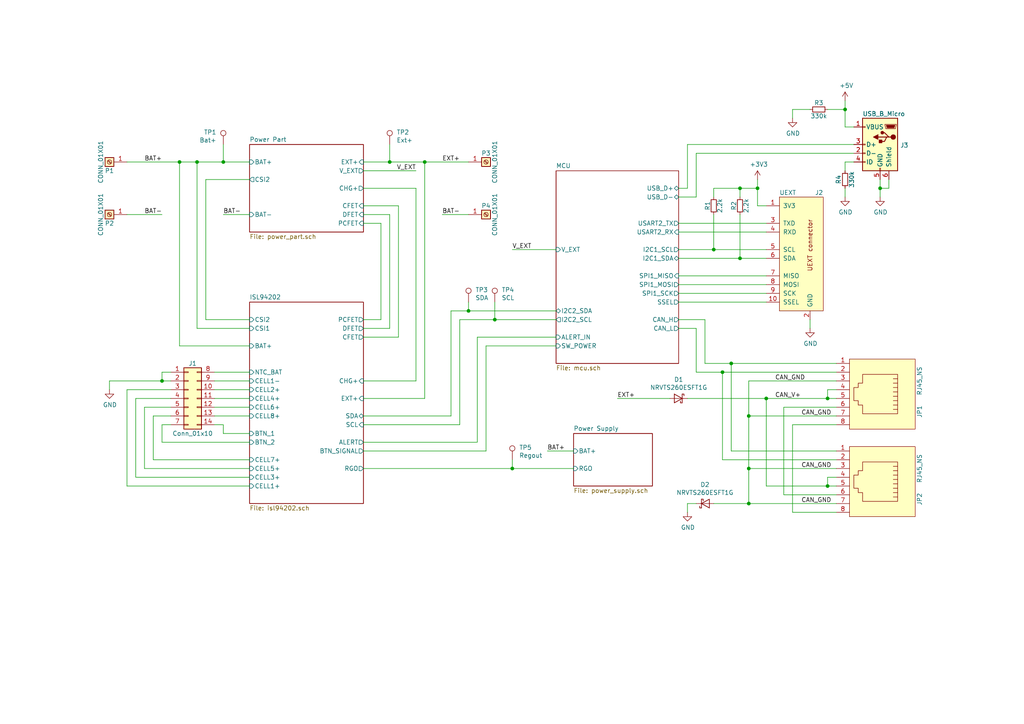
<source format=kicad_sch>
(kicad_sch
	(version 20231120)
	(generator "eeschema")
	(generator_version "8.0")
	(uuid "96ac7913-896a-49d9-94c3-5a47cba4dd9c")
	(paper "A4")
	(lib_symbols
		(symbol "Connector:Screw_Terminal_01x01"
			(pin_names
				(offset 1.016) hide)
			(exclude_from_sim no)
			(in_bom yes)
			(on_board yes)
			(property "Reference" "J"
				(at 0 2.54 0)
				(effects
					(font
						(size 1.27 1.27)
					)
				)
			)
			(property "Value" "Screw_Terminal_01x01"
				(at 0 -2.54 0)
				(effects
					(font
						(size 1.27 1.27)
					)
				)
			)
			(property "Footprint" ""
				(at 0 0 0)
				(effects
					(font
						(size 1.27 1.27)
					)
					(hide yes)
				)
			)
			(property "Datasheet" "~"
				(at 0 0 0)
				(effects
					(font
						(size 1.27 1.27)
					)
					(hide yes)
				)
			)
			(property "Description" "Generic screw terminal, single row, 01x01, script generated (kicad-library-utils/schlib/autogen/connector/)"
				(at 0 0 0)
				(effects
					(font
						(size 1.27 1.27)
					)
					(hide yes)
				)
			)
			(property "ki_keywords" "screw terminal"
				(at 0 0 0)
				(effects
					(font
						(size 1.27 1.27)
					)
					(hide yes)
				)
			)
			(property "ki_fp_filters" "TerminalBlock*:*"
				(at 0 0 0)
				(effects
					(font
						(size 1.27 1.27)
					)
					(hide yes)
				)
			)
			(symbol "Screw_Terminal_01x01_1_1"
				(rectangle
					(start -1.27 1.27)
					(end 1.27 -1.27)
					(stroke
						(width 0.254)
						(type default)
					)
					(fill
						(type background)
					)
				)
				(polyline
					(pts
						(xy -0.5334 0.3302) (xy 0.3302 -0.508)
					)
					(stroke
						(width 0.1524)
						(type default)
					)
					(fill
						(type none)
					)
				)
				(polyline
					(pts
						(xy -0.3556 0.508) (xy 0.508 -0.3302)
					)
					(stroke
						(width 0.1524)
						(type default)
					)
					(fill
						(type none)
					)
				)
				(circle
					(center 0 0)
					(radius 0.635)
					(stroke
						(width 0.1524)
						(type default)
					)
					(fill
						(type none)
					)
				)
				(pin passive line
					(at -5.08 0 0)
					(length 3.81)
					(name "Pin_1"
						(effects
							(font
								(size 1.27 1.27)
							)
						)
					)
					(number "1"
						(effects
							(font
								(size 1.27 1.27)
							)
						)
					)
				)
			)
		)
		(symbol "Connector:TestPoint"
			(pin_numbers hide)
			(pin_names
				(offset 0.762) hide)
			(exclude_from_sim no)
			(in_bom yes)
			(on_board yes)
			(property "Reference" "TP"
				(at 0 6.858 0)
				(effects
					(font
						(size 1.27 1.27)
					)
				)
			)
			(property "Value" "TestPoint"
				(at 0 5.08 0)
				(effects
					(font
						(size 1.27 1.27)
					)
				)
			)
			(property "Footprint" ""
				(at 5.08 0 0)
				(effects
					(font
						(size 1.27 1.27)
					)
					(hide yes)
				)
			)
			(property "Datasheet" "~"
				(at 5.08 0 0)
				(effects
					(font
						(size 1.27 1.27)
					)
					(hide yes)
				)
			)
			(property "Description" "test point"
				(at 0 0 0)
				(effects
					(font
						(size 1.27 1.27)
					)
					(hide yes)
				)
			)
			(property "ki_keywords" "test point tp"
				(at 0 0 0)
				(effects
					(font
						(size 1.27 1.27)
					)
					(hide yes)
				)
			)
			(property "ki_fp_filters" "Pin* Test*"
				(at 0 0 0)
				(effects
					(font
						(size 1.27 1.27)
					)
					(hide yes)
				)
			)
			(symbol "TestPoint_0_1"
				(circle
					(center 0 3.302)
					(radius 0.762)
					(stroke
						(width 0)
						(type default)
					)
					(fill
						(type none)
					)
				)
			)
			(symbol "TestPoint_1_1"
				(pin passive line
					(at 0 0 90)
					(length 2.54)
					(name "1"
						(effects
							(font
								(size 1.27 1.27)
							)
						)
					)
					(number "1"
						(effects
							(font
								(size 1.27 1.27)
							)
						)
					)
				)
			)
		)
		(symbol "Connector_Generic:Conn_02x07_Top_Bottom"
			(pin_names
				(offset 1.016) hide)
			(exclude_from_sim no)
			(in_bom yes)
			(on_board yes)
			(property "Reference" "J"
				(at 1.27 10.16 0)
				(effects
					(font
						(size 1.27 1.27)
					)
				)
			)
			(property "Value" "Conn_02x07_Top_Bottom"
				(at 1.27 -10.16 0)
				(effects
					(font
						(size 1.27 1.27)
					)
				)
			)
			(property "Footprint" ""
				(at 0 0 0)
				(effects
					(font
						(size 1.27 1.27)
					)
					(hide yes)
				)
			)
			(property "Datasheet" "~"
				(at 0 0 0)
				(effects
					(font
						(size 1.27 1.27)
					)
					(hide yes)
				)
			)
			(property "Description" "Generic connector, double row, 02x07, top/bottom pin numbering scheme (row 1: 1...pins_per_row, row2: pins_per_row+1 ... num_pins), script generated (kicad-library-utils/schlib/autogen/connector/)"
				(at 0 0 0)
				(effects
					(font
						(size 1.27 1.27)
					)
					(hide yes)
				)
			)
			(property "ki_keywords" "connector"
				(at 0 0 0)
				(effects
					(font
						(size 1.27 1.27)
					)
					(hide yes)
				)
			)
			(property "ki_fp_filters" "Connector*:*_2x??_*"
				(at 0 0 0)
				(effects
					(font
						(size 1.27 1.27)
					)
					(hide yes)
				)
			)
			(symbol "Conn_02x07_Top_Bottom_1_1"
				(rectangle
					(start -1.27 -7.493)
					(end 0 -7.747)
					(stroke
						(width 0.1524)
						(type default)
					)
					(fill
						(type none)
					)
				)
				(rectangle
					(start -1.27 -4.953)
					(end 0 -5.207)
					(stroke
						(width 0.1524)
						(type default)
					)
					(fill
						(type none)
					)
				)
				(rectangle
					(start -1.27 -2.413)
					(end 0 -2.667)
					(stroke
						(width 0.1524)
						(type default)
					)
					(fill
						(type none)
					)
				)
				(rectangle
					(start -1.27 0.127)
					(end 0 -0.127)
					(stroke
						(width 0.1524)
						(type default)
					)
					(fill
						(type none)
					)
				)
				(rectangle
					(start -1.27 2.667)
					(end 0 2.413)
					(stroke
						(width 0.1524)
						(type default)
					)
					(fill
						(type none)
					)
				)
				(rectangle
					(start -1.27 5.207)
					(end 0 4.953)
					(stroke
						(width 0.1524)
						(type default)
					)
					(fill
						(type none)
					)
				)
				(rectangle
					(start -1.27 7.747)
					(end 0 7.493)
					(stroke
						(width 0.1524)
						(type default)
					)
					(fill
						(type none)
					)
				)
				(rectangle
					(start -1.27 8.89)
					(end 3.81 -8.89)
					(stroke
						(width 0.254)
						(type default)
					)
					(fill
						(type background)
					)
				)
				(rectangle
					(start 3.81 -7.493)
					(end 2.54 -7.747)
					(stroke
						(width 0.1524)
						(type default)
					)
					(fill
						(type none)
					)
				)
				(rectangle
					(start 3.81 -4.953)
					(end 2.54 -5.207)
					(stroke
						(width 0.1524)
						(type default)
					)
					(fill
						(type none)
					)
				)
				(rectangle
					(start 3.81 -2.413)
					(end 2.54 -2.667)
					(stroke
						(width 0.1524)
						(type default)
					)
					(fill
						(type none)
					)
				)
				(rectangle
					(start 3.81 0.127)
					(end 2.54 -0.127)
					(stroke
						(width 0.1524)
						(type default)
					)
					(fill
						(type none)
					)
				)
				(rectangle
					(start 3.81 2.667)
					(end 2.54 2.413)
					(stroke
						(width 0.1524)
						(type default)
					)
					(fill
						(type none)
					)
				)
				(rectangle
					(start 3.81 5.207)
					(end 2.54 4.953)
					(stroke
						(width 0.1524)
						(type default)
					)
					(fill
						(type none)
					)
				)
				(rectangle
					(start 3.81 7.747)
					(end 2.54 7.493)
					(stroke
						(width 0.1524)
						(type default)
					)
					(fill
						(type none)
					)
				)
				(pin passive line
					(at -5.08 7.62 0)
					(length 3.81)
					(name "Pin_1"
						(effects
							(font
								(size 1.27 1.27)
							)
						)
					)
					(number "1"
						(effects
							(font
								(size 1.27 1.27)
							)
						)
					)
				)
				(pin passive line
					(at 7.62 2.54 180)
					(length 3.81)
					(name "Pin_10"
						(effects
							(font
								(size 1.27 1.27)
							)
						)
					)
					(number "10"
						(effects
							(font
								(size 1.27 1.27)
							)
						)
					)
				)
				(pin passive line
					(at 7.62 0 180)
					(length 3.81)
					(name "Pin_11"
						(effects
							(font
								(size 1.27 1.27)
							)
						)
					)
					(number "11"
						(effects
							(font
								(size 1.27 1.27)
							)
						)
					)
				)
				(pin passive line
					(at 7.62 -2.54 180)
					(length 3.81)
					(name "Pin_12"
						(effects
							(font
								(size 1.27 1.27)
							)
						)
					)
					(number "12"
						(effects
							(font
								(size 1.27 1.27)
							)
						)
					)
				)
				(pin passive line
					(at 7.62 -5.08 180)
					(length 3.81)
					(name "Pin_13"
						(effects
							(font
								(size 1.27 1.27)
							)
						)
					)
					(number "13"
						(effects
							(font
								(size 1.27 1.27)
							)
						)
					)
				)
				(pin passive line
					(at 7.62 -7.62 180)
					(length 3.81)
					(name "Pin_14"
						(effects
							(font
								(size 1.27 1.27)
							)
						)
					)
					(number "14"
						(effects
							(font
								(size 1.27 1.27)
							)
						)
					)
				)
				(pin passive line
					(at -5.08 5.08 0)
					(length 3.81)
					(name "Pin_2"
						(effects
							(font
								(size 1.27 1.27)
							)
						)
					)
					(number "2"
						(effects
							(font
								(size 1.27 1.27)
							)
						)
					)
				)
				(pin passive line
					(at -5.08 2.54 0)
					(length 3.81)
					(name "Pin_3"
						(effects
							(font
								(size 1.27 1.27)
							)
						)
					)
					(number "3"
						(effects
							(font
								(size 1.27 1.27)
							)
						)
					)
				)
				(pin passive line
					(at -5.08 0 0)
					(length 3.81)
					(name "Pin_4"
						(effects
							(font
								(size 1.27 1.27)
							)
						)
					)
					(number "4"
						(effects
							(font
								(size 1.27 1.27)
							)
						)
					)
				)
				(pin passive line
					(at -5.08 -2.54 0)
					(length 3.81)
					(name "Pin_5"
						(effects
							(font
								(size 1.27 1.27)
							)
						)
					)
					(number "5"
						(effects
							(font
								(size 1.27 1.27)
							)
						)
					)
				)
				(pin passive line
					(at -5.08 -5.08 0)
					(length 3.81)
					(name "Pin_6"
						(effects
							(font
								(size 1.27 1.27)
							)
						)
					)
					(number "6"
						(effects
							(font
								(size 1.27 1.27)
							)
						)
					)
				)
				(pin passive line
					(at -5.08 -7.62 0)
					(length 3.81)
					(name "Pin_7"
						(effects
							(font
								(size 1.27 1.27)
							)
						)
					)
					(number "7"
						(effects
							(font
								(size 1.27 1.27)
							)
						)
					)
				)
				(pin passive line
					(at 7.62 7.62 180)
					(length 3.81)
					(name "Pin_8"
						(effects
							(font
								(size 1.27 1.27)
							)
						)
					)
					(number "8"
						(effects
							(font
								(size 1.27 1.27)
							)
						)
					)
				)
				(pin passive line
					(at 7.62 5.08 180)
					(length 3.81)
					(name "Pin_9"
						(effects
							(font
								(size 1.27 1.27)
							)
						)
					)
					(number "9"
						(effects
							(font
								(size 1.27 1.27)
							)
						)
					)
				)
			)
		)
		(symbol "Project:R"
			(pin_numbers hide)
			(pin_names
				(offset 0.254) hide)
			(exclude_from_sim no)
			(in_bom yes)
			(on_board yes)
			(property "Reference" "R"
				(at -1.905 0 90)
				(effects
					(font
						(size 1.27 1.27)
					)
				)
			)
			(property "Value" "R"
				(at 1.905 0 90)
				(effects
					(font
						(size 1.27 1.27)
					)
				)
			)
			(property "Footprint" ""
				(at -4.445 -2.54 90)
				(effects
					(font
						(size 1.27 1.27)
					)
					(hide yes)
				)
			)
			(property "Datasheet" ""
				(at 0 0 0)
				(effects
					(font
						(size 1.27 1.27)
					)
				)
			)
			(property "Description" "Resistor"
				(at 0 0 0)
				(effects
					(font
						(size 1.27 1.27)
					)
					(hide yes)
				)
			)
			(property "ki_fp_filters" "Resistor_* R_*"
				(at 0 0 0)
				(effects
					(font
						(size 1.27 1.27)
					)
					(hide yes)
				)
			)
			(symbol "R_0_1"
				(rectangle
					(start -0.762 1.778)
					(end 0.762 -1.778)
					(stroke
						(width 0.2032)
						(type solid)
					)
					(fill
						(type none)
					)
				)
			)
			(symbol "R_1_1"
				(pin passive line
					(at 0 2.54 270)
					(length 0.762)
					(name "~"
						(effects
							(font
								(size 1.016 1.016)
							)
						)
					)
					(number "1"
						(effects
							(font
								(size 1.016 1.016)
							)
						)
					)
				)
				(pin passive line
					(at 0 -2.54 90)
					(length 0.762)
					(name "~"
						(effects
							(font
								(size 1.016 1.016)
							)
						)
					)
					(number "2"
						(effects
							(font
								(size 1.016 1.016)
							)
						)
					)
				)
			)
		)
		(symbol "Project:RJ45_NS"
			(pin_names
				(offset 1.016)
			)
			(exclude_from_sim no)
			(in_bom yes)
			(on_board yes)
			(property "Reference" "J"
				(at 8.89 12.7 0)
				(effects
					(font
						(size 1.27 1.27)
					)
				)
			)
			(property "Value" "RJ45_NS"
				(at -6.35 12.7 0)
				(effects
					(font
						(size 1.27 1.27)
					)
				)
			)
			(property "Footprint" ""
				(at 0 0 0)
				(effects
					(font
						(size 1.27 1.27)
					)
				)
			)
			(property "Datasheet" ""
				(at 0 0 0)
				(effects
					(font
						(size 1.27 1.27)
					)
				)
			)
			(property "Description" ""
				(at 0 0 0)
				(effects
					(font
						(size 1.27 1.27)
					)
					(hide yes)
				)
			)
			(symbol "RJ45_NS_0_1"
				(rectangle
					(start -10.16 -7.62)
					(end 10.16 11.43)
					(stroke
						(width 0)
						(type solid)
					)
					(fill
						(type background)
					)
				)
				(polyline
					(pts
						(xy -4.445 5.08) (xy -4.445 6.35) (xy -4.445 6.35)
					)
					(stroke
						(width 0)
						(type solid)
					)
					(fill
						(type none)
					)
				)
				(polyline
					(pts
						(xy -3.175 6.35) (xy -3.175 5.08) (xy -3.175 5.08)
					)
					(stroke
						(width 0)
						(type solid)
					)
					(fill
						(type none)
					)
				)
				(polyline
					(pts
						(xy -1.905 6.35) (xy -1.905 5.08) (xy -1.905 5.08)
					)
					(stroke
						(width 0)
						(type solid)
					)
					(fill
						(type none)
					)
				)
				(polyline
					(pts
						(xy -0.635 6.35) (xy -0.635 5.08) (xy -0.635 5.08)
					)
					(stroke
						(width 0)
						(type solid)
					)
					(fill
						(type none)
					)
				)
				(polyline
					(pts
						(xy 0.635 6.35) (xy 0.635 5.08) (xy 0.635 5.08)
					)
					(stroke
						(width 0)
						(type solid)
					)
					(fill
						(type none)
					)
				)
				(polyline
					(pts
						(xy 1.905 6.35) (xy 1.905 5.08) (xy 1.905 5.08)
					)
					(stroke
						(width 0)
						(type solid)
					)
					(fill
						(type none)
					)
				)
				(polyline
					(pts
						(xy 3.175 5.08) (xy 3.175 6.35) (xy 3.175 6.35)
					)
					(stroke
						(width 0)
						(type solid)
					)
					(fill
						(type none)
					)
				)
				(polyline
					(pts
						(xy 4.445 5.08) (xy 4.445 6.35) (xy 4.445 6.35)
					)
					(stroke
						(width 0)
						(type solid)
					)
					(fill
						(type none)
					)
				)
				(polyline
					(pts
						(xy -5.715 6.35) (xy 5.715 6.35) (xy 5.715 -3.81) (xy 3.175 -3.81) (xy 3.175 -5.08) (xy 1.905 -5.08)
						(xy 1.905 -6.35) (xy -1.905 -6.35) (xy -1.905 -5.08) (xy -3.175 -5.08) (xy -3.175 -3.81) (xy -5.715 -3.81)
						(xy -5.715 6.35) (xy -5.715 6.35)
					)
					(stroke
						(width 0)
						(type solid)
					)
					(fill
						(type none)
					)
				)
			)
			(symbol "RJ45_NS_1_1"
				(pin passive line
					(at -8.89 -11.43 90)
					(length 3.81)
					(name "~"
						(effects
							(font
								(size 1.27 1.27)
							)
						)
					)
					(number "1"
						(effects
							(font
								(size 1.27 1.27)
							)
						)
					)
				)
				(pin passive line
					(at -6.35 -11.43 90)
					(length 3.81)
					(name "~"
						(effects
							(font
								(size 1.27 1.27)
							)
						)
					)
					(number "2"
						(effects
							(font
								(size 1.27 1.27)
							)
						)
					)
				)
				(pin passive line
					(at -3.81 -11.43 90)
					(length 3.81)
					(name "~"
						(effects
							(font
								(size 1.27 1.27)
							)
						)
					)
					(number "3"
						(effects
							(font
								(size 1.27 1.27)
							)
						)
					)
				)
				(pin passive line
					(at -1.27 -11.43 90)
					(length 3.81)
					(name "~"
						(effects
							(font
								(size 1.27 1.27)
							)
						)
					)
					(number "4"
						(effects
							(font
								(size 1.27 1.27)
							)
						)
					)
				)
				(pin passive line
					(at 1.27 -11.43 90)
					(length 3.81)
					(name "~"
						(effects
							(font
								(size 1.27 1.27)
							)
						)
					)
					(number "5"
						(effects
							(font
								(size 1.27 1.27)
							)
						)
					)
				)
				(pin passive line
					(at 3.81 -11.43 90)
					(length 3.81)
					(name "~"
						(effects
							(font
								(size 1.27 1.27)
							)
						)
					)
					(number "6"
						(effects
							(font
								(size 1.27 1.27)
							)
						)
					)
				)
				(pin passive line
					(at 6.35 -11.43 90)
					(length 3.81)
					(name "~"
						(effects
							(font
								(size 0.762 0.762)
							)
						)
					)
					(number "7"
						(effects
							(font
								(size 1.27 1.27)
							)
						)
					)
				)
				(pin passive line
					(at 8.89 -11.43 90)
					(length 3.81)
					(name "~"
						(effects
							(font
								(size 0.762 0.762)
							)
						)
					)
					(number "8"
						(effects
							(font
								(size 1.27 1.27)
							)
						)
					)
				)
			)
		)
		(symbol "bms-8s50-ic-rescue:+3.3V-power"
			(power)
			(pin_names
				(offset 0)
			)
			(exclude_from_sim no)
			(in_bom yes)
			(on_board yes)
			(property "Reference" "#PWR"
				(at 0 -3.81 0)
				(effects
					(font
						(size 1.27 1.27)
					)
					(hide yes)
				)
			)
			(property "Value" "power_+3.3V"
				(at 0 3.556 0)
				(effects
					(font
						(size 1.27 1.27)
					)
				)
			)
			(property "Footprint" ""
				(at 0 0 0)
				(effects
					(font
						(size 1.27 1.27)
					)
					(hide yes)
				)
			)
			(property "Datasheet" ""
				(at 0 0 0)
				(effects
					(font
						(size 1.27 1.27)
					)
					(hide yes)
				)
			)
			(property "Description" ""
				(at 0 0 0)
				(effects
					(font
						(size 1.27 1.27)
					)
					(hide yes)
				)
			)
			(symbol "+3.3V-power_0_1"
				(polyline
					(pts
						(xy -0.762 1.27) (xy 0 2.54)
					)
					(stroke
						(width 0)
						(type solid)
					)
					(fill
						(type none)
					)
				)
				(polyline
					(pts
						(xy 0 0) (xy 0 2.54)
					)
					(stroke
						(width 0)
						(type solid)
					)
					(fill
						(type none)
					)
				)
				(polyline
					(pts
						(xy 0 2.54) (xy 0.762 1.27)
					)
					(stroke
						(width 0)
						(type solid)
					)
					(fill
						(type none)
					)
				)
			)
			(symbol "+3.3V-power_1_1"
				(pin power_in line
					(at 0 0 90)
					(length 0) hide
					(name "+3V3"
						(effects
							(font
								(size 1.27 1.27)
							)
						)
					)
					(number "1"
						(effects
							(font
								(size 1.27 1.27)
							)
						)
					)
				)
			)
		)
		(symbol "bms-8s50-ic-rescue:+5V-power"
			(power)
			(pin_names
				(offset 0)
			)
			(exclude_from_sim no)
			(in_bom yes)
			(on_board yes)
			(property "Reference" "#PWR"
				(at 0 -3.81 0)
				(effects
					(font
						(size 1.27 1.27)
					)
					(hide yes)
				)
			)
			(property "Value" "power_+5V"
				(at 0 3.556 0)
				(effects
					(font
						(size 1.27 1.27)
					)
				)
			)
			(property "Footprint" ""
				(at 0 0 0)
				(effects
					(font
						(size 1.27 1.27)
					)
					(hide yes)
				)
			)
			(property "Datasheet" ""
				(at 0 0 0)
				(effects
					(font
						(size 1.27 1.27)
					)
					(hide yes)
				)
			)
			(property "Description" ""
				(at 0 0 0)
				(effects
					(font
						(size 1.27 1.27)
					)
					(hide yes)
				)
			)
			(symbol "+5V-power_0_1"
				(polyline
					(pts
						(xy -0.762 1.27) (xy 0 2.54)
					)
					(stroke
						(width 0)
						(type solid)
					)
					(fill
						(type none)
					)
				)
				(polyline
					(pts
						(xy 0 0) (xy 0 2.54)
					)
					(stroke
						(width 0)
						(type solid)
					)
					(fill
						(type none)
					)
				)
				(polyline
					(pts
						(xy 0 2.54) (xy 0.762 1.27)
					)
					(stroke
						(width 0)
						(type solid)
					)
					(fill
						(type none)
					)
				)
			)
			(symbol "+5V-power_1_1"
				(pin power_in line
					(at 0 0 90)
					(length 0) hide
					(name "+5V"
						(effects
							(font
								(size 1.27 1.27)
							)
						)
					)
					(number "1"
						(effects
							(font
								(size 1.27 1.27)
							)
						)
					)
				)
			)
		)
		(symbol "bms-8s50-ic-rescue:D_Schottky-LibreSolar"
			(pin_numbers hide)
			(pin_names
				(offset 0.254) hide)
			(exclude_from_sim no)
			(in_bom yes)
			(on_board yes)
			(property "Reference" "D"
				(at 0 2.54 0)
				(effects
					(font
						(size 1.27 1.27)
					)
				)
			)
			(property "Value" "LibreSolar_D_Schottky"
				(at 0 -2.54 0)
				(effects
					(font
						(size 1.27 1.27)
					)
				)
			)
			(property "Footprint" ""
				(at -2.54 0 0)
				(effects
					(font
						(size 1.27 1.27)
					)
					(hide yes)
				)
			)
			(property "Datasheet" ""
				(at 0 2.54 0)
				(effects
					(font
						(size 1.27 1.27)
					)
					(hide yes)
				)
			)
			(property "Description" ""
				(at 0 0 0)
				(effects
					(font
						(size 1.27 1.27)
					)
					(hide yes)
				)
			)
			(property "ki_fp_filters" "Diode_* D-Pak_TO252AA *SingleDiode *SingleDiode* *_Diode_*"
				(at 0 0 0)
				(effects
					(font
						(size 1.27 1.27)
					)
					(hide yes)
				)
			)
			(symbol "D_Schottky-LibreSolar_0_1"
				(polyline
					(pts
						(xy -1.016 -1.27) (xy -1.016 1.27)
					)
					(stroke
						(width 0.2032)
						(type solid)
					)
					(fill
						(type none)
					)
				)
				(polyline
					(pts
						(xy 1.27 0) (xy -1.27 0)
					)
					(stroke
						(width 0)
						(type solid)
					)
					(fill
						(type none)
					)
				)
				(polyline
					(pts
						(xy -1.016 -1.27) (xy -1.524 -1.27) (xy -1.524 -0.762)
					)
					(stroke
						(width 0.2032)
						(type solid)
					)
					(fill
						(type none)
					)
				)
				(polyline
					(pts
						(xy -1.016 1.27) (xy -0.508 1.27) (xy -0.508 0.762)
					)
					(stroke
						(width 0.2032)
						(type solid)
					)
					(fill
						(type none)
					)
				)
				(polyline
					(pts
						(xy 1.27 -1.27) (xy -1.016 0) (xy 1.27 1.27) (xy 1.27 -1.27)
					)
					(stroke
						(width 0.2032)
						(type solid)
					)
					(fill
						(type none)
					)
				)
			)
			(symbol "D_Schottky-LibreSolar_1_1"
				(pin passive line
					(at -2.54 0 0)
					(length 1.27)
					(name "K"
						(effects
							(font
								(size 1.27 1.27)
							)
						)
					)
					(number "1"
						(effects
							(font
								(size 1.27 1.27)
							)
						)
					)
				)
				(pin passive line
					(at 2.54 0 180)
					(length 1.27)
					(name "A"
						(effects
							(font
								(size 1.27 1.27)
							)
						)
					)
					(number "2"
						(effects
							(font
								(size 1.27 1.27)
							)
						)
					)
				)
			)
		)
		(symbol "bms-8s50-ic-rescue:GND-power"
			(power)
			(pin_names
				(offset 0)
			)
			(exclude_from_sim no)
			(in_bom yes)
			(on_board yes)
			(property "Reference" "#PWR"
				(at 0 -6.35 0)
				(effects
					(font
						(size 1.27 1.27)
					)
					(hide yes)
				)
			)
			(property "Value" "power_GND"
				(at 0 -3.81 0)
				(effects
					(font
						(size 1.27 1.27)
					)
				)
			)
			(property "Footprint" ""
				(at 0 0 0)
				(effects
					(font
						(size 1.27 1.27)
					)
					(hide yes)
				)
			)
			(property "Datasheet" ""
				(at 0 0 0)
				(effects
					(font
						(size 1.27 1.27)
					)
					(hide yes)
				)
			)
			(property "Description" ""
				(at 0 0 0)
				(effects
					(font
						(size 1.27 1.27)
					)
					(hide yes)
				)
			)
			(symbol "GND-power_0_1"
				(polyline
					(pts
						(xy 0 0) (xy 0 -1.27) (xy 1.27 -1.27) (xy 0 -2.54) (xy -1.27 -1.27) (xy 0 -1.27)
					)
					(stroke
						(width 0)
						(type solid)
					)
					(fill
						(type none)
					)
				)
			)
			(symbol "GND-power_1_1"
				(pin power_in line
					(at 0 0 270)
					(length 0) hide
					(name "GND"
						(effects
							(font
								(size 1.27 1.27)
							)
						)
					)
					(number "1"
						(effects
							(font
								(size 1.27 1.27)
							)
						)
					)
				)
			)
		)
		(symbol "bms-8s50-ic-rescue:UEXT-LibreSolar"
			(pin_names
				(offset 1.016)
			)
			(exclude_from_sim no)
			(in_bom yes)
			(on_board yes)
			(property "Reference" "J"
				(at -6.35 19.05 0)
				(effects
					(font
						(size 1.27 1.27)
					)
					(justify left)
				)
			)
			(property "Value" "LibreSolar_UEXT"
				(at 6.35 19.05 0)
				(effects
					(font
						(size 1.27 1.27)
					)
					(justify right)
				)
			)
			(property "Footprint" "LibreSolar:Box_Header_2x05x2.54mm_Straight"
				(at 0 -24.13 0)
				(effects
					(font
						(size 1.27 1.27)
						(italic yes)
					)
					(hide yes)
				)
			)
			(property "Datasheet" ""
				(at 0 -2.54 0)
				(effects
					(font
						(size 1.524 1.524)
					)
				)
			)
			(property "Description" ""
				(at 0 0 0)
				(effects
					(font
						(size 1.27 1.27)
					)
					(hide yes)
				)
			)
			(symbol "UEXT-LibreSolar_0_0"
				(text "UEXT connector"
					(at -2.54 3.81 900)
					(effects
						(font
							(size 1.27 1.27)
						)
					)
				)
				(pin passive line
					(at 10.16 7.62 180)
					(length 3.81)
					(name "RXD"
						(effects
							(font
								(size 1.27 1.27)
							)
						)
					)
					(number "4"
						(effects
							(font
								(size 1.27 1.27)
							)
						)
					)
				)
			)
			(symbol "UEXT-LibreSolar_0_1"
				(rectangle
					(start -6.35 17.78)
					(end 6.35 -15.24)
					(stroke
						(width 0)
						(type solid)
					)
					(fill
						(type background)
					)
				)
			)
			(symbol "UEXT-LibreSolar_1_1"
				(pin passive line
					(at 10.16 15.24 180)
					(length 3.81)
					(name "3V3"
						(effects
							(font
								(size 1.27 1.27)
							)
						)
					)
					(number "1"
						(effects
							(font
								(size 1.27 1.27)
							)
						)
					)
				)
				(pin passive line
					(at 10.16 -12.7 180)
					(length 3.81)
					(name "SSEL"
						(effects
							(font
								(size 1.27 1.27)
							)
						)
					)
					(number "10"
						(effects
							(font
								(size 1.27 1.27)
							)
						)
					)
				)
				(pin passive line
					(at -2.54 -17.78 90)
					(length 2.54)
					(name "GND"
						(effects
							(font
								(size 1.27 1.27)
							)
						)
					)
					(number "2"
						(effects
							(font
								(size 1.27 1.27)
							)
						)
					)
				)
				(pin passive line
					(at 10.16 10.16 180)
					(length 3.81)
					(name "TXD"
						(effects
							(font
								(size 1.27 1.27)
							)
						)
					)
					(number "3"
						(effects
							(font
								(size 1.27 1.27)
							)
						)
					)
				)
				(pin passive line
					(at 10.16 2.54 180)
					(length 3.81)
					(name "SCL"
						(effects
							(font
								(size 1.27 1.27)
							)
						)
					)
					(number "5"
						(effects
							(font
								(size 1.27 1.27)
							)
						)
					)
				)
				(pin passive line
					(at 10.16 0 180)
					(length 3.81)
					(name "SDA"
						(effects
							(font
								(size 1.27 1.27)
							)
						)
					)
					(number "6"
						(effects
							(font
								(size 1.27 1.27)
							)
						)
					)
				)
				(pin passive line
					(at 10.16 -5.08 180)
					(length 3.81)
					(name "MISO"
						(effects
							(font
								(size 1.27 1.27)
							)
						)
					)
					(number "7"
						(effects
							(font
								(size 1.27 1.27)
							)
						)
					)
				)
				(pin passive line
					(at 10.16 -7.62 180)
					(length 3.81)
					(name "MOSI"
						(effects
							(font
								(size 1.27 1.27)
							)
						)
					)
					(number "8"
						(effects
							(font
								(size 1.27 1.27)
							)
						)
					)
				)
				(pin passive line
					(at 10.16 -10.16 180)
					(length 3.81)
					(name "SCK"
						(effects
							(font
								(size 1.27 1.27)
							)
						)
					)
					(number "9"
						(effects
							(font
								(size 1.27 1.27)
							)
						)
					)
				)
			)
		)
		(symbol "bms-8s50-ic-rescue:USB_B_Micro-Connector"
			(pin_names
				(offset 1.016)
			)
			(exclude_from_sim no)
			(in_bom yes)
			(on_board yes)
			(property "Reference" "J"
				(at -5.08 11.43 0)
				(effects
					(font
						(size 1.27 1.27)
					)
					(justify left)
				)
			)
			(property "Value" "Connector_USB_B_Micro"
				(at -5.08 8.89 0)
				(effects
					(font
						(size 1.27 1.27)
					)
					(justify left)
				)
			)
			(property "Footprint" ""
				(at 3.81 -1.27 0)
				(effects
					(font
						(size 1.27 1.27)
					)
					(hide yes)
				)
			)
			(property "Datasheet" ""
				(at 3.81 -1.27 0)
				(effects
					(font
						(size 1.27 1.27)
					)
					(hide yes)
				)
			)
			(property "Description" ""
				(at 0 0 0)
				(effects
					(font
						(size 1.27 1.27)
					)
					(hide yes)
				)
			)
			(property "ki_fp_filters" "USB*"
				(at 0 0 0)
				(effects
					(font
						(size 1.27 1.27)
					)
					(hide yes)
				)
			)
			(symbol "USB_B_Micro-Connector_0_1"
				(rectangle
					(start -5.08 -7.62)
					(end 5.08 7.62)
					(stroke
						(width 0.254)
						(type solid)
					)
					(fill
						(type background)
					)
				)
				(circle
					(center -3.81 2.159)
					(radius 0.635)
					(stroke
						(width 0.254)
						(type solid)
					)
					(fill
						(type outline)
					)
				)
				(circle
					(center -0.635 3.429)
					(radius 0.381)
					(stroke
						(width 0.254)
						(type solid)
					)
					(fill
						(type outline)
					)
				)
				(rectangle
					(start -0.127 -7.62)
					(end 0.127 -6.858)
					(stroke
						(width 0)
						(type solid)
					)
					(fill
						(type none)
					)
				)
				(polyline
					(pts
						(xy -1.905 2.159) (xy 0.635 2.159)
					)
					(stroke
						(width 0.254)
						(type solid)
					)
					(fill
						(type none)
					)
				)
				(polyline
					(pts
						(xy -3.175 2.159) (xy -2.54 2.159) (xy -1.27 3.429) (xy -0.635 3.429)
					)
					(stroke
						(width 0.254)
						(type solid)
					)
					(fill
						(type none)
					)
				)
				(polyline
					(pts
						(xy -2.54 2.159) (xy -1.905 2.159) (xy -1.27 0.889) (xy 0 0.889)
					)
					(stroke
						(width 0.254)
						(type solid)
					)
					(fill
						(type none)
					)
				)
				(polyline
					(pts
						(xy 0.635 2.794) (xy 0.635 1.524) (xy 1.905 2.159) (xy 0.635 2.794)
					)
					(stroke
						(width 0.254)
						(type solid)
					)
					(fill
						(type outline)
					)
				)
				(polyline
					(pts
						(xy -4.318 5.588) (xy -1.778 5.588) (xy -2.032 4.826) (xy -4.064 4.826) (xy -4.318 5.588)
					)
					(stroke
						(width 0)
						(type solid)
					)
					(fill
						(type outline)
					)
				)
				(polyline
					(pts
						(xy -4.699 5.842) (xy -4.699 5.588) (xy -4.445 4.826) (xy -4.445 4.572) (xy -1.651 4.572) (xy -1.651 4.826)
						(xy -1.397 5.588) (xy -1.397 5.842) (xy -4.699 5.842)
					)
					(stroke
						(width 0)
						(type solid)
					)
					(fill
						(type none)
					)
				)
				(rectangle
					(start 0.254 1.27)
					(end -0.508 0.508)
					(stroke
						(width 0.254)
						(type solid)
					)
					(fill
						(type outline)
					)
				)
				(rectangle
					(start 5.08 -5.207)
					(end 4.318 -4.953)
					(stroke
						(width 0)
						(type solid)
					)
					(fill
						(type none)
					)
				)
				(rectangle
					(start 5.08 -2.667)
					(end 4.318 -2.413)
					(stroke
						(width 0)
						(type solid)
					)
					(fill
						(type none)
					)
				)
				(rectangle
					(start 5.08 -0.127)
					(end 4.318 0.127)
					(stroke
						(width 0)
						(type solid)
					)
					(fill
						(type none)
					)
				)
				(rectangle
					(start 5.08 4.953)
					(end 4.318 5.207)
					(stroke
						(width 0)
						(type solid)
					)
					(fill
						(type none)
					)
				)
			)
			(symbol "USB_B_Micro-Connector_1_1"
				(pin power_out line
					(at 7.62 5.08 180)
					(length 2.54)
					(name "VBUS"
						(effects
							(font
								(size 1.27 1.27)
							)
						)
					)
					(number "1"
						(effects
							(font
								(size 1.27 1.27)
							)
						)
					)
				)
				(pin passive line
					(at 7.62 -2.54 180)
					(length 2.54)
					(name "D-"
						(effects
							(font
								(size 1.27 1.27)
							)
						)
					)
					(number "2"
						(effects
							(font
								(size 1.27 1.27)
							)
						)
					)
				)
				(pin passive line
					(at 7.62 0 180)
					(length 2.54)
					(name "D+"
						(effects
							(font
								(size 1.27 1.27)
							)
						)
					)
					(number "3"
						(effects
							(font
								(size 1.27 1.27)
							)
						)
					)
				)
				(pin passive line
					(at 7.62 -5.08 180)
					(length 2.54)
					(name "ID"
						(effects
							(font
								(size 1.27 1.27)
							)
						)
					)
					(number "4"
						(effects
							(font
								(size 1.27 1.27)
							)
						)
					)
				)
				(pin power_out line
					(at 0 -10.16 90)
					(length 2.54)
					(name "GND"
						(effects
							(font
								(size 1.27 1.27)
							)
						)
					)
					(number "5"
						(effects
							(font
								(size 1.27 1.27)
							)
						)
					)
				)
				(pin passive line
					(at -2.54 -10.16 90)
					(length 2.54)
					(name "Shield"
						(effects
							(font
								(size 1.27 1.27)
							)
						)
					)
					(number "6"
						(effects
							(font
								(size 1.27 1.27)
							)
						)
					)
				)
			)
		)
	)
	(junction
		(at 123.19 46.99)
		(diameter 0)
		(color 0 0 0 0)
		(uuid "0497eb8f-6284-4283-a641-1628313ff03d")
	)
	(junction
		(at 207.01 72.39)
		(diameter 0)
		(color 0 0 0 0)
		(uuid "09e3399a-b23c-4e50-b746-60e3d99b7aa6")
	)
	(junction
		(at 135.89 90.17)
		(diameter 0)
		(color 0 0 0 0)
		(uuid "21590411-fa3a-4893-9325-d3dbc04ed0cf")
	)
	(junction
		(at 57.15 46.99)
		(diameter 0)
		(color 0 0 0 0)
		(uuid "30e3e252-3d91-43f7-9a75-9d31e6dfe820")
	)
	(junction
		(at 46.99 110.49)
		(diameter 0)
		(color 0 0 0 0)
		(uuid "3f2ddd22-34c8-42b5-863f-1bc6ed59b50d")
	)
	(junction
		(at 148.59 135.89)
		(diameter 0)
		(color 0 0 0 0)
		(uuid "55b767e0-a212-440b-8384-dd9532a8d6eb")
	)
	(junction
		(at 222.25 115.57)
		(diameter 0)
		(color 0 0 0 0)
		(uuid "70759a68-89bc-42c6-9135-f16d8af5f713")
	)
	(junction
		(at 214.63 74.93)
		(diameter 0)
		(color 0 0 0 0)
		(uuid "70e0409e-75ae-4ca8-b58b-fc7d51baaa47")
	)
	(junction
		(at 240.03 140.97)
		(diameter 0)
		(color 0 0 0 0)
		(uuid "73bef2f9-61fa-4d53-a8ee-8f76b67ed532")
	)
	(junction
		(at 209.55 107.95)
		(diameter 0)
		(color 0 0 0 0)
		(uuid "792596aa-bbd0-4e0f-bc22-d9bc1478463a")
	)
	(junction
		(at 64.77 46.99)
		(diameter 0)
		(color 0 0 0 0)
		(uuid "82088a48-098a-4034-a336-37bb723f2e77")
	)
	(junction
		(at 214.63 54.61)
		(diameter 0)
		(color 0 0 0 0)
		(uuid "84d8d36b-d747-479f-b06c-46b318386544")
	)
	(junction
		(at 143.51 92.71)
		(diameter 0)
		(color 0 0 0 0)
		(uuid "853a950e-be2b-475a-a812-e3c7def69fcd")
	)
	(junction
		(at 245.11 31.75)
		(diameter 0)
		(color 0 0 0 0)
		(uuid "8736b66c-fc76-46cd-a9a5-f2bd238366da")
	)
	(junction
		(at 255.27 54.61)
		(diameter 0)
		(color 0 0 0 0)
		(uuid "94be7401-c0ee-411c-a0b6-08b10c0d9e5d")
	)
	(junction
		(at 212.09 105.41)
		(diameter 0)
		(color 0 0 0 0)
		(uuid "95c13c88-3c4b-4f13-8ee0-5b009d38dd6b")
	)
	(junction
		(at 240.03 115.57)
		(diameter 0)
		(color 0 0 0 0)
		(uuid "a7749450-bf74-496b-bb8d-3e8147001e9f")
	)
	(junction
		(at 113.03 46.99)
		(diameter 0)
		(color 0 0 0 0)
		(uuid "b100148e-7275-4522-8323-8a0ed3af0855")
	)
	(junction
		(at 217.17 135.89)
		(diameter 0)
		(color 0 0 0 0)
		(uuid "b8edff97-4e2e-42a7-885e-a61109a38176")
	)
	(junction
		(at 52.07 46.99)
		(diameter 0)
		(color 0 0 0 0)
		(uuid "be3f0957-39fe-49ce-baf0-98eeb48f04aa")
	)
	(junction
		(at 219.71 54.61)
		(diameter 0)
		(color 0 0 0 0)
		(uuid "cb5b6ce3-7f94-4f20-9729-5e28160a2885")
	)
	(junction
		(at 217.17 120.65)
		(diameter 0)
		(color 0 0 0 0)
		(uuid "e0384e6e-1a72-4f8d-b847-a45f14a52d70")
	)
	(junction
		(at 217.17 146.05)
		(diameter 0)
		(color 0 0 0 0)
		(uuid "eafd1f7f-14b3-4fd6-9e94-23843066cc63")
	)
	(wire
		(pts
			(xy 229.87 31.75) (xy 229.87 34.29)
		)
		(stroke
			(width 0)
			(type default)
		)
		(uuid "006958e9-c217-4e6c-9476-91668f80b0a2")
	)
	(wire
		(pts
			(xy 64.77 123.19) (xy 62.23 123.19)
		)
		(stroke
			(width 0)
			(type default)
		)
		(uuid "0227b25a-31bc-4422-a996-f7c282582895")
	)
	(wire
		(pts
			(xy 245.11 36.83) (xy 245.11 31.75)
		)
		(stroke
			(width 0)
			(type default)
		)
		(uuid "023b84f1-2f0c-4a6a-8f89-b9a99193a50f")
	)
	(wire
		(pts
			(xy 222.25 64.77) (xy 196.85 64.77)
		)
		(stroke
			(width 0)
			(type default)
		)
		(uuid "02c4c6cd-1d94-41fb-94ea-0bb3b81e8bf5")
	)
	(wire
		(pts
			(xy 64.77 62.23) (xy 72.39 62.23)
		)
		(stroke
			(width 0)
			(type default)
		)
		(uuid "060d300f-f6fa-4750-a46b-911b82dfb522")
	)
	(wire
		(pts
			(xy 46.99 110.49) (xy 49.53 110.49)
		)
		(stroke
			(width 0)
			(type default)
		)
		(uuid "06c541b2-81d2-42cb-ae16-44e74fd44432")
	)
	(wire
		(pts
			(xy 245.11 31.75) (xy 240.03 31.75)
		)
		(stroke
			(width 0)
			(type default)
		)
		(uuid "076cc0ee-d601-4059-ae1a-cd382c06a5c8")
	)
	(wire
		(pts
			(xy 217.17 110.49) (xy 217.17 120.65)
		)
		(stroke
			(width 0)
			(type default)
		)
		(uuid "0a2f76ba-9daf-4e9a-bfe2-3af74f11930f")
	)
	(wire
		(pts
			(xy 148.59 133.35) (xy 148.59 135.89)
		)
		(stroke
			(width 0)
			(type default)
		)
		(uuid "0a702c27-f7d4-4ad2-b58f-52dc3c881587")
	)
	(wire
		(pts
			(xy 207.01 62.23) (xy 207.01 72.39)
		)
		(stroke
			(width 0)
			(type default)
		)
		(uuid "0bd7e857-3586-4e1f-955f-17da9d16b672")
	)
	(wire
		(pts
			(xy 143.51 92.71) (xy 161.29 92.71)
		)
		(stroke
			(width 0)
			(type default)
		)
		(uuid "0e72d6e9-e9dd-47dd-bff6-4fbf9621eeb5")
	)
	(wire
		(pts
			(xy 123.19 46.99) (xy 123.19 115.57)
		)
		(stroke
			(width 0)
			(type default)
		)
		(uuid "0f508430-8ef7-4b27-90bc-7435ea814064")
	)
	(wire
		(pts
			(xy 199.39 41.91) (xy 247.65 41.91)
		)
		(stroke
			(width 0)
			(type default)
		)
		(uuid "10775dc6-2eca-44ad-9ff7-73be547d5fea")
	)
	(wire
		(pts
			(xy 219.71 59.69) (xy 219.71 54.61)
		)
		(stroke
			(width 0)
			(type default)
		)
		(uuid "117cceb4-a41a-4f04-965d-3bf0c3befcfa")
	)
	(wire
		(pts
			(xy 130.81 120.65) (xy 105.41 120.65)
		)
		(stroke
			(width 0)
			(type default)
		)
		(uuid "1287c863-8f1d-430d-81c6-fdb38ff47a49")
	)
	(wire
		(pts
			(xy 140.97 130.81) (xy 105.41 130.81)
		)
		(stroke
			(width 0)
			(type default)
		)
		(uuid "12e6de47-a744-4b8f-b765-7b06e4c5fdbc")
	)
	(wire
		(pts
			(xy 130.81 90.17) (xy 135.89 90.17)
		)
		(stroke
			(width 0)
			(type default)
		)
		(uuid "130fc157-76bb-46ad-9439-e6414b27c698")
	)
	(wire
		(pts
			(xy 31.75 110.49) (xy 46.99 110.49)
		)
		(stroke
			(width 0)
			(type default)
		)
		(uuid "13387abf-65eb-4728-beda-dd9e8cc0f92e")
	)
	(wire
		(pts
			(xy 207.01 72.39) (xy 222.25 72.39)
		)
		(stroke
			(width 0)
			(type default)
		)
		(uuid "13994e0f-0447-43c4-92a9-8d54e87f12ee")
	)
	(wire
		(pts
			(xy 214.63 54.61) (xy 214.63 57.15)
		)
		(stroke
			(width 0)
			(type default)
		)
		(uuid "153fccf1-e593-49f1-8655-9a988ca73b11")
	)
	(wire
		(pts
			(xy 161.29 72.39) (xy 148.59 72.39)
		)
		(stroke
			(width 0)
			(type default)
		)
		(uuid "16d52f83-67bd-4c03-9c5c-74c8d6ab48eb")
	)
	(wire
		(pts
			(xy 105.41 135.89) (xy 148.59 135.89)
		)
		(stroke
			(width 0)
			(type default)
		)
		(uuid "175bec7e-e79f-433b-9e39-7b2becab4cfc")
	)
	(wire
		(pts
			(xy 72.39 135.89) (xy 41.91 135.89)
		)
		(stroke
			(width 0)
			(type default)
		)
		(uuid "178f4e62-f193-47f7-b468-c67f4c5f7e19")
	)
	(wire
		(pts
			(xy 72.39 52.07) (xy 59.69 52.07)
		)
		(stroke
			(width 0)
			(type default)
		)
		(uuid "1864bf87-e5aa-4ecf-a8fe-44a412df6256")
	)
	(wire
		(pts
			(xy 36.83 113.03) (xy 49.53 113.03)
		)
		(stroke
			(width 0)
			(type default)
		)
		(uuid "1e29dc7d-2a5d-419e-90f8-95feab875aaf")
	)
	(wire
		(pts
			(xy 217.17 110.49) (xy 242.57 110.49)
		)
		(stroke
			(width 0)
			(type default)
		)
		(uuid "1e42c5e2-5067-4a20-acaa-d25880157feb")
	)
	(wire
		(pts
			(xy 64.77 46.99) (xy 57.15 46.99)
		)
		(stroke
			(width 0)
			(type default)
		)
		(uuid "1eb44b87-16c6-40f8-bfaa-91256fad056b")
	)
	(wire
		(pts
			(xy 49.53 123.19) (xy 46.99 123.19)
		)
		(stroke
			(width 0)
			(type default)
		)
		(uuid "20c4711b-a6f1-4878-a25b-1ec4e4a6a845")
	)
	(wire
		(pts
			(xy 227.33 118.11) (xy 227.33 143.51)
		)
		(stroke
			(width 0)
			(type default)
		)
		(uuid "216d3ebf-dab5-456f-9c8b-4d3cb205467b")
	)
	(wire
		(pts
			(xy 52.07 100.33) (xy 52.07 46.99)
		)
		(stroke
			(width 0)
			(type default)
		)
		(uuid "21fd7981-bf9c-4435-8eb0-d8da8c626f94")
	)
	(wire
		(pts
			(xy 214.63 74.93) (xy 222.25 74.93)
		)
		(stroke
			(width 0)
			(type default)
		)
		(uuid "220cedf9-06da-4ac8-bca2-35fb4eb53c97")
	)
	(wire
		(pts
			(xy 105.41 64.77) (xy 110.49 64.77)
		)
		(stroke
			(width 0)
			(type default)
		)
		(uuid "227aa113-da00-488a-9299-f119a3b4bc6d")
	)
	(wire
		(pts
			(xy 161.29 97.79) (xy 138.43 97.79)
		)
		(stroke
			(width 0)
			(type default)
		)
		(uuid "27c2c929-4481-4af3-8d96-d8fb4a412c25")
	)
	(wire
		(pts
			(xy 222.25 87.63) (xy 196.85 87.63)
		)
		(stroke
			(width 0)
			(type default)
		)
		(uuid "2ba2eea7-8396-4047-afa3-ae6f749590c7")
	)
	(wire
		(pts
			(xy 105.41 49.53) (xy 120.65 49.53)
		)
		(stroke
			(width 0)
			(type default)
		)
		(uuid "2cc410e0-802e-422a-8805-f9559629af51")
	)
	(wire
		(pts
			(xy 72.39 125.73) (xy 64.77 125.73)
		)
		(stroke
			(width 0)
			(type default)
		)
		(uuid "32bc4aa1-0225-49b4-9de9-62c178d68bcc")
	)
	(wire
		(pts
			(xy 36.83 62.23) (xy 46.99 62.23)
		)
		(stroke
			(width 0)
			(type default)
		)
		(uuid "33d2ea43-db7e-4c32-bc1b-faa76b1cef34")
	)
	(wire
		(pts
			(xy 199.39 54.61) (xy 199.39 41.91)
		)
		(stroke
			(width 0)
			(type default)
		)
		(uuid "341202e7-04e1-4423-8107-82c443bc2073")
	)
	(wire
		(pts
			(xy 204.47 105.41) (xy 212.09 105.41)
		)
		(stroke
			(width 0)
			(type default)
		)
		(uuid "35afb1e2-b24f-45ed-87c8-c9b9493be7af")
	)
	(wire
		(pts
			(xy 207.01 54.61) (xy 214.63 54.61)
		)
		(stroke
			(width 0)
			(type default)
		)
		(uuid "36131687-7343-4ac2-898f-4cb53e026517")
	)
	(wire
		(pts
			(xy 196.85 92.71) (xy 204.47 92.71)
		)
		(stroke
			(width 0)
			(type default)
		)
		(uuid "36dd7808-b42e-4d51-bdfb-f275560860d0")
	)
	(wire
		(pts
			(xy 110.49 92.71) (xy 105.41 92.71)
		)
		(stroke
			(width 0)
			(type default)
		)
		(uuid "3833c8e0-2c68-4e13-901e-c03c0d21de36")
	)
	(wire
		(pts
			(xy 44.45 133.35) (xy 72.39 133.35)
		)
		(stroke
			(width 0)
			(type default)
		)
		(uuid "38a34272-70d6-47a4-8331-69bc1605470f")
	)
	(wire
		(pts
			(xy 255.27 54.61) (xy 255.27 57.15)
		)
		(stroke
			(width 0)
			(type default)
		)
		(uuid "39f5561f-4b29-4b6f-93c0-1b12c8a9b003")
	)
	(wire
		(pts
			(xy 148.59 135.89) (xy 166.37 135.89)
		)
		(stroke
			(width 0)
			(type default)
		)
		(uuid "3a74990b-8815-413e-a0d8-aa1d3744bc4e")
	)
	(wire
		(pts
			(xy 217.17 146.05) (xy 207.01 146.05)
		)
		(stroke
			(width 0)
			(type default)
		)
		(uuid "40cf338b-9da0-4d3f-92b1-1c27b6ee6d54")
	)
	(wire
		(pts
			(xy 36.83 140.97) (xy 72.39 140.97)
		)
		(stroke
			(width 0)
			(type default)
		)
		(uuid "41a5f465-5bc8-4170-bb05-77fd9439527d")
	)
	(wire
		(pts
			(xy 196.85 95.25) (xy 201.93 95.25)
		)
		(stroke
			(width 0)
			(type default)
		)
		(uuid "425a4ed6-b7bf-48c8-b9e4-7c922fc1d472")
	)
	(wire
		(pts
			(xy 120.65 54.61) (xy 120.65 110.49)
		)
		(stroke
			(width 0)
			(type default)
		)
		(uuid "43c9666c-7dbc-4e94-8b38-f09f3b13ed54")
	)
	(wire
		(pts
			(xy 196.85 72.39) (xy 207.01 72.39)
		)
		(stroke
			(width 0)
			(type default)
		)
		(uuid "456312c7-d8bf-43c5-a06f-f339b0e88ece")
	)
	(wire
		(pts
			(xy 234.95 31.75) (xy 229.87 31.75)
		)
		(stroke
			(width 0)
			(type default)
		)
		(uuid "4703a9a6-dc9e-4214-8500-88fafa5c938a")
	)
	(wire
		(pts
			(xy 199.39 146.05) (xy 199.39 148.59)
		)
		(stroke
			(width 0)
			(type default)
		)
		(uuid "474cd567-6e97-4f05-862f-7d2cec47c11d")
	)
	(wire
		(pts
			(xy 72.39 138.43) (xy 39.37 138.43)
		)
		(stroke
			(width 0)
			(type default)
		)
		(uuid "479cf570-aa06-4d87-b2ce-b767d03ca2d2")
	)
	(wire
		(pts
			(xy 245.11 46.99) (xy 245.11 49.53)
		)
		(stroke
			(width 0)
			(type default)
		)
		(uuid "479eb0fd-3f24-47eb-885e-27ca97342b2b")
	)
	(wire
		(pts
			(xy 212.09 130.81) (xy 242.57 130.81)
		)
		(stroke
			(width 0)
			(type default)
		)
		(uuid "49566490-fcd3-453a-9648-01b82991ef5b")
	)
	(wire
		(pts
			(xy 115.57 97.79) (xy 105.41 97.79)
		)
		(stroke
			(width 0)
			(type default)
		)
		(uuid "49a1c660-06b4-415d-9bbc-620d7e2be0ff")
	)
	(wire
		(pts
			(xy 222.25 115.57) (xy 199.39 115.57)
		)
		(stroke
			(width 0)
			(type default)
		)
		(uuid "4a546bc4-fb77-4d52-93ba-06d81156e462")
	)
	(wire
		(pts
			(xy 209.55 107.95) (xy 209.55 133.35)
		)
		(stroke
			(width 0)
			(type default)
		)
		(uuid "4cb67148-ae1f-4afa-ae8e-35ab7c3df733")
	)
	(wire
		(pts
			(xy 242.57 115.57) (xy 240.03 115.57)
		)
		(stroke
			(width 0)
			(type default)
		)
		(uuid "4f6dacf6-18b4-4814-9552-9fc6d4811efe")
	)
	(wire
		(pts
			(xy 247.65 44.45) (xy 201.93 44.45)
		)
		(stroke
			(width 0)
			(type default)
		)
		(uuid "4fadf3d2-0303-4d81-ad32-9f21478b8925")
	)
	(wire
		(pts
			(xy 247.65 36.83) (xy 245.11 36.83)
		)
		(stroke
			(width 0)
			(type default)
		)
		(uuid "4fc2fb96-3d51-46b6-8e70-51b329cef281")
	)
	(wire
		(pts
			(xy 110.49 64.77) (xy 110.49 92.71)
		)
		(stroke
			(width 0)
			(type default)
		)
		(uuid "4fc9fcdd-784a-4e1b-97b3-a3aebcd35059")
	)
	(wire
		(pts
			(xy 247.65 46.99) (xy 245.11 46.99)
		)
		(stroke
			(width 0)
			(type default)
		)
		(uuid "50e55397-3d2b-442a-b193-2bedc3354fb7")
	)
	(wire
		(pts
			(xy 62.23 115.57) (xy 72.39 115.57)
		)
		(stroke
			(width 0)
			(type default)
		)
		(uuid "56e47193-3818-4e5c-8989-6b0f75dca7cf")
	)
	(wire
		(pts
			(xy 222.25 140.97) (xy 240.03 140.97)
		)
		(stroke
			(width 0)
			(type default)
		)
		(uuid "5a503e7a-4c07-4475-98a9-d780a6343c78")
	)
	(wire
		(pts
			(xy 217.17 135.89) (xy 242.57 135.89)
		)
		(stroke
			(width 0)
			(type default)
		)
		(uuid "5ac1af86-7183-4b94-802d-270bad93c4c1")
	)
	(wire
		(pts
			(xy 105.41 59.69) (xy 115.57 59.69)
		)
		(stroke
			(width 0)
			(type default)
		)
		(uuid "5afe1edb-8f80-4650-a26d-d119f7361ac5")
	)
	(wire
		(pts
			(xy 120.65 110.49) (xy 105.41 110.49)
		)
		(stroke
			(width 0)
			(type default)
		)
		(uuid "5efcb7a8-2edf-439a-bd5f-f97bbd38fb87")
	)
	(wire
		(pts
			(xy 72.39 95.25) (xy 57.15 95.25)
		)
		(stroke
			(width 0)
			(type default)
		)
		(uuid "5f215709-7123-4943-9dfa-0b16519dfccb")
	)
	(wire
		(pts
			(xy 133.35 123.19) (xy 133.35 92.71)
		)
		(stroke
			(width 0)
			(type default)
		)
		(uuid "6078f03a-8421-4a5a-9618-a8d4a28ca8d1")
	)
	(wire
		(pts
			(xy 39.37 115.57) (xy 49.53 115.57)
		)
		(stroke
			(width 0)
			(type default)
		)
		(uuid "62cf4a94-8b4d-4871-94e8-d59181314c69")
	)
	(wire
		(pts
			(xy 130.81 90.17) (xy 130.81 120.65)
		)
		(stroke
			(width 0)
			(type default)
		)
		(uuid "63069100-b9de-4407-b1ac-2897f8e6bd8f")
	)
	(wire
		(pts
			(xy 212.09 105.41) (xy 242.57 105.41)
		)
		(stroke
			(width 0)
			(type default)
		)
		(uuid "66588b42-862c-452e-aece-bc4df81b2938")
	)
	(wire
		(pts
			(xy 240.03 138.43) (xy 242.57 138.43)
		)
		(stroke
			(width 0)
			(type default)
		)
		(uuid "67bd2162-bbd7-4614-a859-013edae2876c")
	)
	(wire
		(pts
			(xy 140.97 100.33) (xy 140.97 130.81)
		)
		(stroke
			(width 0)
			(type default)
		)
		(uuid "689212c2-95e0-46fc-b5a7-15c43fb53744")
	)
	(wire
		(pts
			(xy 113.03 41.91) (xy 113.03 46.99)
		)
		(stroke
			(width 0)
			(type default)
		)
		(uuid "69f02d53-a479-4f13-8cd9-f546af0d5962")
	)
	(wire
		(pts
			(xy 207.01 57.15) (xy 207.01 54.61)
		)
		(stroke
			(width 0)
			(type default)
		)
		(uuid "6ac821b6-3885-434d-98b5-dc4a4a87f7ac")
	)
	(wire
		(pts
			(xy 255.27 52.07) (xy 255.27 54.61)
		)
		(stroke
			(width 0)
			(type default)
		)
		(uuid "6ac97e3a-be27-4534-a394-21433797a7b0")
	)
	(wire
		(pts
			(xy 62.23 107.95) (xy 72.39 107.95)
		)
		(stroke
			(width 0)
			(type default)
		)
		(uuid "6ae97655-93bb-4a92-a644-ca6ce18be4f2")
	)
	(wire
		(pts
			(xy 217.17 120.65) (xy 242.57 120.65)
		)
		(stroke
			(width 0)
			(type default)
		)
		(uuid "6ee8c6f2-20ea-426f-b896-b3bc1bfd4e97")
	)
	(wire
		(pts
			(xy 242.57 113.03) (xy 240.03 113.03)
		)
		(stroke
			(width 0)
			(type default)
		)
		(uuid "6fb4296f-9c12-4261-a49b-ea0636bf69cd")
	)
	(wire
		(pts
			(xy 201.93 44.45) (xy 201.93 57.15)
		)
		(stroke
			(width 0)
			(type default)
		)
		(uuid "6ffa5a16-c8a2-4897-9324-d41e501d883c")
	)
	(wire
		(pts
			(xy 194.31 115.57) (xy 179.07 115.57)
		)
		(stroke
			(width 0)
			(type default)
		)
		(uuid "701e3d93-507f-4185-81be-b2e49bdbf810")
	)
	(wire
		(pts
			(xy 217.17 135.89) (xy 217.17 146.05)
		)
		(stroke
			(width 0)
			(type default)
		)
		(uuid "733fccf5-7e18-4cef-9252-7130c84e9f99")
	)
	(wire
		(pts
			(xy 227.33 118.11) (xy 242.57 118.11)
		)
		(stroke
			(width 0)
			(type default)
		)
		(uuid "73ce664b-53a5-4e5a-abb2-5f4198ebc72e")
	)
	(wire
		(pts
			(xy 64.77 125.73) (xy 64.77 123.19)
		)
		(stroke
			(width 0)
			(type default)
		)
		(uuid "73d6e7c4-1191-4143-8231-d99545af52d1")
	)
	(wire
		(pts
			(xy 229.87 123.19) (xy 242.57 123.19)
		)
		(stroke
			(width 0)
			(type default)
		)
		(uuid "7524a06e-6ece-4d08-86d3-ac027a695b99")
	)
	(wire
		(pts
			(xy 219.71 54.61) (xy 219.71 52.07)
		)
		(stroke
			(width 0)
			(type default)
		)
		(uuid "75c5e3ab-e1f7-41ad-a683-89ef688cb713")
	)
	(wire
		(pts
			(xy 229.87 148.59) (xy 242.57 148.59)
		)
		(stroke
			(width 0)
			(type default)
		)
		(uuid "77afb8f7-98a6-4a68-9e53-3a4679a83087")
	)
	(wire
		(pts
			(xy 46.99 128.27) (xy 72.39 128.27)
		)
		(stroke
			(width 0)
			(type default)
		)
		(uuid "7be4c8b7-6746-441c-ade5-4357e8741973")
	)
	(wire
		(pts
			(xy 41.91 135.89) (xy 41.91 118.11)
		)
		(stroke
			(width 0)
			(type default)
		)
		(uuid "7e660909-3aa1-4683-8aef-605205f7d584")
	)
	(wire
		(pts
			(xy 59.69 52.07) (xy 59.69 92.71)
		)
		(stroke
			(width 0)
			(type default)
		)
		(uuid "83d8eafc-45c1-444e-b1b8-28faa192d0da")
	)
	(wire
		(pts
			(xy 240.03 115.57) (xy 222.25 115.57)
		)
		(stroke
			(width 0)
			(type default)
		)
		(uuid "8602d0fc-0763-4d0e-8bf3-9d76c62b17ed")
	)
	(wire
		(pts
			(xy 133.35 92.71) (xy 143.51 92.71)
		)
		(stroke
			(width 0)
			(type default)
		)
		(uuid "887cb892-07e4-40b7-8ece-519f100380da")
	)
	(wire
		(pts
			(xy 138.43 97.79) (xy 138.43 128.27)
		)
		(stroke
			(width 0)
			(type default)
		)
		(uuid "8a1aa4c1-2a8b-4f18-9d33-96b1ad55b324")
	)
	(wire
		(pts
			(xy 123.19 46.99) (xy 113.03 46.99)
		)
		(stroke
			(width 0)
			(type default)
		)
		(uuid "8a956ba8-d921-4dc2-b44b-b9e4a44d2997")
	)
	(wire
		(pts
			(xy 219.71 54.61) (xy 214.63 54.61)
		)
		(stroke
			(width 0)
			(type default)
		)
		(uuid "92e67faa-c865-4df5-8ffb-1ed27ef8ce3c")
	)
	(wire
		(pts
			(xy 44.45 120.65) (xy 44.45 133.35)
		)
		(stroke
			(width 0)
			(type default)
		)
		(uuid "92f0aabc-762a-463a-8c2d-2cdd985164bf")
	)
	(wire
		(pts
			(xy 128.27 62.23) (xy 135.89 62.23)
		)
		(stroke
			(width 0)
			(type default)
		)
		(uuid "93c41207-3bae-4970-b9c5-f57bb6c750da")
	)
	(wire
		(pts
			(xy 245.11 31.75) (xy 245.11 29.21)
		)
		(stroke
			(width 0)
			(type default)
		)
		(uuid "941c3105-6933-4ede-a0d0-c05385055f5d")
	)
	(wire
		(pts
			(xy 62.23 110.49) (xy 72.39 110.49)
		)
		(stroke
			(width 0)
			(type default)
		)
		(uuid "94567f7b-2581-4100-a2d7-aad2fa30eef2")
	)
	(wire
		(pts
			(xy 62.23 113.03) (xy 72.39 113.03)
		)
		(stroke
			(width 0)
			(type default)
		)
		(uuid "95b7729e-892b-4d2c-8981-bf9a057d77b5")
	)
	(wire
		(pts
			(xy 209.55 133.35) (xy 242.57 133.35)
		)
		(stroke
			(width 0)
			(type default)
		)
		(uuid "960b0470-0f6e-450c-9fde-fe05cd8f7e2a")
	)
	(wire
		(pts
			(xy 257.81 54.61) (xy 257.81 52.07)
		)
		(stroke
			(width 0)
			(type default)
		)
		(uuid "982be287-b9ce-4979-b8ac-231c61b4dcc2")
	)
	(wire
		(pts
			(xy 115.57 59.69) (xy 115.57 97.79)
		)
		(stroke
			(width 0)
			(type default)
		)
		(uuid "9ceccd06-5670-49e3-8719-edb35afbd88a")
	)
	(wire
		(pts
			(xy 201.93 57.15) (xy 196.85 57.15)
		)
		(stroke
			(width 0)
			(type default)
		)
		(uuid "a08c5cab-7661-4ce3-83e2-ddd6998dfd27")
	)
	(wire
		(pts
			(xy 123.19 115.57) (xy 105.41 115.57)
		)
		(stroke
			(width 0)
			(type default)
		)
		(uuid "a08c9990-2d82-429e-921b-bd74164dc2c9")
	)
	(wire
		(pts
			(xy 105.41 54.61) (xy 120.65 54.61)
		)
		(stroke
			(width 0)
			(type default)
		)
		(uuid "a101f1eb-d60b-4592-8229-1c2116d87fda")
	)
	(wire
		(pts
			(xy 240.03 138.43) (xy 240.03 140.97)
		)
		(stroke
			(width 0)
			(type default)
		)
		(uuid "a3c4c735-1c7b-4b84-b102-80bc8c065d0b")
	)
	(wire
		(pts
			(xy 138.43 128.27) (xy 105.41 128.27)
		)
		(stroke
			(width 0)
			(type default)
		)
		(uuid "a4689485-b30e-4e99-8180-06a5a55f57b4")
	)
	(wire
		(pts
			(xy 62.23 118.11) (xy 72.39 118.11)
		)
		(stroke
			(width 0)
			(type default)
		)
		(uuid "a65798c7-dbe3-435b-a54d-daba43cc2886")
	)
	(wire
		(pts
			(xy 166.37 130.81) (xy 158.75 130.81)
		)
		(stroke
			(width 0)
			(type default)
		)
		(uuid "a6d66296-873d-4411-80ba-dbf0cd6bbdcc")
	)
	(wire
		(pts
			(xy 62.23 120.65) (xy 72.39 120.65)
		)
		(stroke
			(width 0)
			(type default)
		)
		(uuid "aa601aff-d76d-43fb-aca0-4cb531170427")
	)
	(wire
		(pts
			(xy 209.55 107.95) (xy 201.93 107.95)
		)
		(stroke
			(width 0)
			(type default)
		)
		(uuid "ab60c5e6-0c46-43d0-b0a9-f9801ace65f5")
	)
	(wire
		(pts
			(xy 105.41 123.19) (xy 133.35 123.19)
		)
		(stroke
			(width 0)
			(type default)
		)
		(uuid "ae292d1b-8cf7-4296-958e-e952d76b99cb")
	)
	(wire
		(pts
			(xy 123.19 46.99) (xy 135.89 46.99)
		)
		(stroke
			(width 0)
			(type default)
		)
		(uuid "af3dd882-b63a-44d7-b639-f0afba7434bc")
	)
	(wire
		(pts
			(xy 196.85 85.09) (xy 222.25 85.09)
		)
		(stroke
			(width 0)
			(type default)
		)
		(uuid "afe3d21a-f375-4146-bb1f-eda256d69a34")
	)
	(wire
		(pts
			(xy 113.03 95.25) (xy 113.03 62.23)
		)
		(stroke
			(width 0)
			(type default)
		)
		(uuid "b0859b1d-83c7-445e-9936-886432409969")
	)
	(wire
		(pts
			(xy 196.85 80.01) (xy 222.25 80.01)
		)
		(stroke
			(width 0)
			(type default)
		)
		(uuid "b32f98d5-ac93-430f-a879-2166ee0cafc9")
	)
	(wire
		(pts
			(xy 214.63 62.23) (xy 214.63 74.93)
		)
		(stroke
			(width 0)
			(type default)
		)
		(uuid "b6586487-66e3-401e-b191-dda4dbc1a901")
	)
	(wire
		(pts
			(xy 245.11 54.61) (xy 245.11 57.15)
		)
		(stroke
			(width 0)
			(type default)
		)
		(uuid "b81323bd-51dd-42e9-aced-198aa9704691")
	)
	(wire
		(pts
			(xy 36.83 46.99) (xy 52.07 46.99)
		)
		(stroke
			(width 0)
			(type default)
		)
		(uuid "bcbac0db-dd2e-4e88-8d05-95b8337db962")
	)
	(wire
		(pts
			(xy 49.53 120.65) (xy 44.45 120.65)
		)
		(stroke
			(width 0)
			(type default)
		)
		(uuid "bd39b39b-d8b0-41ba-ad32-a431aab83b08")
	)
	(wire
		(pts
			(xy 135.89 87.63) (xy 135.89 90.17)
		)
		(stroke
			(width 0)
			(type default)
		)
		(uuid "bdd6b77f-d783-4ec4-9917-dde2678459a1")
	)
	(wire
		(pts
			(xy 113.03 46.99) (xy 105.41 46.99)
		)
		(stroke
			(width 0)
			(type default)
		)
		(uuid "c1ed301b-0d88-4a4f-a834-e2e314077d31")
	)
	(wire
		(pts
			(xy 255.27 54.61) (xy 257.81 54.61)
		)
		(stroke
			(width 0)
			(type default)
		)
		(uuid "c277eace-1161-4a2e-b337-00136c613cd9")
	)
	(wire
		(pts
			(xy 72.39 46.99) (xy 64.77 46.99)
		)
		(stroke
			(width 0)
			(type default)
		)
		(uuid "c39d97aa-52ad-4823-9286-3d38f9ad3c1d")
	)
	(wire
		(pts
			(xy 64.77 41.91) (xy 64.77 46.99)
		)
		(stroke
			(width 0)
			(type default)
		)
		(uuid "c80cdc81-8f3e-4a42-a182-40c6893c3d32")
	)
	(wire
		(pts
			(xy 41.91 118.11) (xy 49.53 118.11)
		)
		(stroke
			(width 0)
			(type default)
		)
		(uuid "c94c8be7-9f36-481f-a385-c946bd44c332")
	)
	(wire
		(pts
			(xy 143.51 87.63) (xy 143.51 92.71)
		)
		(stroke
			(width 0)
			(type default)
		)
		(uuid "cb1056ee-fa56-4dc1-a69c-d70a840bf038")
	)
	(wire
		(pts
			(xy 49.53 107.95) (xy 46.99 107.95)
		)
		(stroke
			(width 0)
			(type default)
		)
		(uuid "cbc0d28c-da86-49b7-8f4a-8ec0eee1c5cb")
	)
	(wire
		(pts
			(xy 59.69 92.71) (xy 72.39 92.71)
		)
		(stroke
			(width 0)
			(type default)
		)
		(uuid "cc12a697-63c1-4c9d-b972-4ab9ffc104ec")
	)
	(wire
		(pts
			(xy 204.47 92.71) (xy 204.47 105.41)
		)
		(stroke
			(width 0)
			(type default)
		)
		(uuid "ceb56654-9a52-4757-b36d-84180d38e376")
	)
	(wire
		(pts
			(xy 196.85 54.61) (xy 199.39 54.61)
		)
		(stroke
			(width 0)
			(type default)
		)
		(uuid "d09969c3-9026-41de-8092-2418e24c0d3a")
	)
	(wire
		(pts
			(xy 161.29 100.33) (xy 140.97 100.33)
		)
		(stroke
			(width 0)
			(type default)
		)
		(uuid "d1e23186-973e-4b0d-848b-46c8891c8dc4")
	)
	(wire
		(pts
			(xy 31.75 110.49) (xy 31.75 113.03)
		)
		(stroke
			(width 0)
			(type default)
		)
		(uuid "d3218ccf-f23e-4c6f-8b94-20c849f17a63")
	)
	(wire
		(pts
			(xy 222.25 115.57) (xy 222.25 140.97)
		)
		(stroke
			(width 0)
			(type default)
		)
		(uuid "d90f9ba2-fa4d-43ff-8992-1a2bc3f8c787")
	)
	(wire
		(pts
			(xy 234.95 95.25) (xy 234.95 92.71)
		)
		(stroke
			(width 0)
			(type default)
		)
		(uuid "da906f5b-809d-4495-9588-701b27b365e0")
	)
	(wire
		(pts
			(xy 240.03 113.03) (xy 240.03 115.57)
		)
		(stroke
			(width 0)
			(type default)
		)
		(uuid "da9a29cb-cb02-4156-9f9d-083b96d7cb71")
	)
	(wire
		(pts
			(xy 135.89 90.17) (xy 161.29 90.17)
		)
		(stroke
			(width 0)
			(type default)
		)
		(uuid "dba79e52-9e40-448c-b0f9-368dbbffff4a")
	)
	(wire
		(pts
			(xy 113.03 62.23) (xy 105.41 62.23)
		)
		(stroke
			(width 0)
			(type default)
		)
		(uuid "dcf75f7b-af29-4b5d-9dfc-8fd1b48fee4d")
	)
	(wire
		(pts
			(xy 201.93 146.05) (xy 199.39 146.05)
		)
		(stroke
			(width 0)
			(type default)
		)
		(uuid "deeb382d-212f-4adc-a92c-68c325d45a3e")
	)
	(wire
		(pts
			(xy 217.17 146.05) (xy 242.57 146.05)
		)
		(stroke
			(width 0)
			(type default)
		)
		(uuid "e20e3ed6-a161-4c45-9497-f1fdc65659d8")
	)
	(wire
		(pts
			(xy 196.85 74.93) (xy 214.63 74.93)
		)
		(stroke
			(width 0)
			(type default)
		)
		(uuid "e2599714-ee8d-449a-896b-5b2ac2ee4d50")
	)
	(wire
		(pts
			(xy 227.33 143.51) (xy 242.57 143.51)
		)
		(stroke
			(width 0)
			(type default)
		)
		(uuid "e69d366c-48c7-437e-91a9-7a43f360c9be")
	)
	(wire
		(pts
			(xy 57.15 95.25) (xy 57.15 46.99)
		)
		(stroke
			(width 0)
			(type default)
		)
		(uuid "e74dd926-f6c6-4b7a-8e95-c24ae893d7d4")
	)
	(wire
		(pts
			(xy 46.99 107.95) (xy 46.99 110.49)
		)
		(stroke
			(width 0)
			(type default)
		)
		(uuid "e803a4a4-71cf-48a3-a887-fe71410aca97")
	)
	(wire
		(pts
			(xy 52.07 46.99) (xy 57.15 46.99)
		)
		(stroke
			(width 0)
			(type default)
		)
		(uuid "e9ba4e52-bef4-4efa-8196-64371a42ee8f")
	)
	(wire
		(pts
			(xy 217.17 120.65) (xy 217.17 135.89)
		)
		(stroke
			(width 0)
			(type default)
		)
		(uuid "ea4dbffd-f5ee-4fbc-acde-4303856a18ed")
	)
	(wire
		(pts
			(xy 36.83 113.03) (xy 36.83 140.97)
		)
		(stroke
			(width 0)
			(type default)
		)
		(uuid "eb130351-adf6-422c-b4b1-6e2e83e92dd5")
	)
	(wire
		(pts
			(xy 46.99 123.19) (xy 46.99 128.27)
		)
		(stroke
			(width 0)
			(type default)
		)
		(uuid "ec23c7b5-7d8a-4f68-b68f-c064fe430067")
	)
	(wire
		(pts
			(xy 72.39 100.33) (xy 52.07 100.33)
		)
		(stroke
			(width 0)
			(type default)
		)
		(uuid "ec38d931-a582-48f8-afc2-0d9124f399d6")
	)
	(wire
		(pts
			(xy 222.25 59.69) (xy 219.71 59.69)
		)
		(stroke
			(width 0)
			(type default)
		)
		(uuid "ee5d8b80-ac3e-4581-8265-9dba3da2994b")
	)
	(wire
		(pts
			(xy 201.93 107.95) (xy 201.93 95.25)
		)
		(stroke
			(width 0)
			(type default)
		)
		(uuid "ef12f98e-301b-4dcc-ae03-09ea2fcc6ae4")
	)
	(wire
		(pts
			(xy 229.87 123.19) (xy 229.87 148.59)
		)
		(stroke
			(width 0)
			(type default)
		)
		(uuid "ef38cfb8-8a5c-4ba1-b809-7eed98d13b6f")
	)
	(wire
		(pts
			(xy 240.03 140.97) (xy 242.57 140.97)
		)
		(stroke
			(width 0)
			(type default)
		)
		(uuid "ef4ab6a6-4405-4c5e-bbbf-0b73f5776984")
	)
	(wire
		(pts
			(xy 209.55 107.95) (xy 242.57 107.95)
		)
		(stroke
			(width 0)
			(type default)
		)
		(uuid "f3955805-14fc-46ae-bbcc-ad93d8991695")
	)
	(wire
		(pts
			(xy 222.25 67.31) (xy 196.85 67.31)
		)
		(stroke
			(width 0)
			(type default)
		)
		(uuid "f3fac311-de47-4581-a5ea-8f905bc6a454")
	)
	(wire
		(pts
			(xy 105.41 95.25) (xy 113.03 95.25)
		)
		(stroke
			(width 0)
			(type default)
		)
		(uuid "f88045fa-0430-46c6-8f34-0c0e1151b368")
	)
	(wire
		(pts
			(xy 222.25 82.55) (xy 196.85 82.55)
		)
		(stroke
			(width 0)
			(type default)
		)
		(uuid "f9c35ade-0ced-40f2-a8f4-54e99bc2d36b")
	)
	(wire
		(pts
			(xy 212.09 105.41) (xy 212.09 130.81)
		)
		(stroke
			(width 0)
			(type default)
		)
		(uuid "fb7c596a-51b3-4c38-ab15-99aa8c3ac6ca")
	)
	(wire
		(pts
			(xy 39.37 138.43) (xy 39.37 115.57)
		)
		(stroke
			(width 0)
			(type default)
		)
		(uuid "fdd232a7-63d6-465a-a818-b45389f24978")
	)
	(label "V_EXT"
		(at 120.65 49.53 180)
		(effects
			(font
				(size 1.27 1.27)
			)
			(justify right bottom)
		)
		(uuid "0e118b13-8853-4fb6-8a5a-1353b2e68a35")
	)
	(label "CAN_GND"
		(at 224.79 110.49 0)
		(effects
			(font
				(size 1.27 1.27)
			)
			(justify left bottom)
		)
		(uuid "14f9444c-d800-4b56-8469-ec2990c628e8")
	)
	(label "CAN_GND"
		(at 232.41 146.05 0)
		(effects
			(font
				(size 1.27 1.27)
			)
			(justify left bottom)
		)
		(uuid "2c715bab-c462-4d6d-be99-1124ac9910bf")
	)
	(label "EXT+"
		(at 128.27 46.99 0)
		(effects
			(font
				(size 1.27 1.27)
			)
			(justify left bottom)
		)
		(uuid "3eed976c-f86c-4a64-8dae-86dcc2af73c9")
	)
	(label "V_EXT"
		(at 148.59 72.39 0)
		(effects
			(font
				(size 1.27 1.27)
			)
			(justify left bottom)
		)
		(uuid "4658020a-30e7-4a15-83ab-04740211e4dd")
	)
	(label "BAT-"
		(at 46.99 62.23 180)
		(effects
			(font
				(size 1.27 1.27)
			)
			(justify right bottom)
		)
		(uuid "4fb612a5-d538-4de0-bc86-d6e29eb119a1")
	)
	(label "BAT-"
		(at 64.77 62.23 0)
		(effects
			(font
				(size 1.27 1.27)
			)
			(justify left bottom)
		)
		(uuid "56753c59-8a9c-4ffc-aba8-408ee883dcf0")
	)
	(label "CAN_GND"
		(at 232.41 135.89 0)
		(effects
			(font
				(size 1.27 1.27)
			)
			(justify left bottom)
		)
		(uuid "580406dd-9515-4895-8d21-a1c51fc4241c")
	)
	(label "BAT+"
		(at 158.75 130.81 0)
		(effects
			(font
				(size 1.27 1.27)
			)
			(justify left bottom)
		)
		(uuid "9c9a7478-6d74-4853-87aa-dcc145ac4818")
	)
	(label "CAN_V+"
		(at 224.79 115.57 0)
		(effects
			(font
				(size 1.27 1.27)
			)
			(justify left bottom)
		)
		(uuid "a270a868-3c97-46c2-b693-c3034272b3e4")
	)
	(label "EXT+"
		(at 179.07 115.57 0)
		(effects
			(font
				(size 1.27 1.27)
			)
			(justify left bottom)
		)
		(uuid "aeac303d-f1ed-4cc1-8b41-9263baee8792")
	)
	(label "CAN_GND"
		(at 232.41 120.65 0)
		(effects
			(font
				(size 1.27 1.27)
			)
			(justify left bottom)
		)
		(uuid "b80ecbd7-8641-4b61-9939-2a5ce8993546")
	)
	(label "BAT-"
		(at 128.27 62.23 0)
		(effects
			(font
				(size 1.27 1.27)
			)
			(justify left bottom)
		)
		(uuid "c78365b7-5e01-4b2f-8a03-0f5fecfd6140")
	)
	(label "BAT+"
		(at 46.99 46.99 180)
		(effects
			(font
				(size 1.27 1.27)
			)
			(justify right bottom)
		)
		(uuid "fa6ee485-85ad-4654-a20c-92fba4071ed6")
	)
	(symbol
		(lib_id "bms-8s50-ic-rescue:GND-power")
		(at 31.75 113.03 0)
		(unit 1)
		(exclude_from_sim no)
		(in_bom yes)
		(on_board yes)
		(dnp no)
		(uuid "14a36d56-a16b-4819-b39f-56dfa14bb8cb")
		(property "Reference" "#PWR01"
			(at 31.75 119.38 0)
			(effects
				(font
					(size 1.27 1.27)
				)
				(hide yes)
			)
		)
		(property "Value" "GND"
			(at 31.877 117.4242 0)
			(effects
				(font
					(size 1.27 1.27)
				)
			)
		)
		(property "Footprint" ""
			(at 31.75 113.03 0)
			(effects
				(font
					(size 1.27 1.27)
				)
				(hide yes)
			)
		)
		(property "Datasheet" ""
			(at 31.75 113.03 0)
			(effects
				(font
					(size 1.27 1.27)
				)
				(hide yes)
			)
		)
		(property "Description" ""
			(at 31.75 113.03 0)
			(effects
				(font
					(size 1.27 1.27)
				)
				(hide yes)
			)
		)
		(pin "1"
			(uuid "942c8fe3-5ac7-4796-964c-ae3506025097")
		)
		(instances
			(project "EPS"
				(path "/9f3d5417-5867-46b7-82ba-aa6fc05c5c88/a92f775e-c0c2-49ee-8011-82d82ba63276"
					(reference "#PWR01")
					(unit 1)
				)
			)
		)
	)
	(symbol
		(lib_id "Project:R")
		(at 214.63 59.69 0)
		(mirror x)
		(unit 1)
		(exclude_from_sim no)
		(in_bom yes)
		(on_board yes)
		(dnp no)
		(uuid "19ca19c8-f56a-428b-85cf-d6ed29b0b86d")
		(property "Reference" "R2"
			(at 212.852 59.69 90)
			(effects
				(font
					(size 1.27 1.27)
				)
			)
		)
		(property "Value" "2.2k"
			(at 216.408 59.69 90)
			(effects
				(font
					(size 1.27 1.27)
				)
			)
		)
		(property "Footprint" "LibreSolar:R_0603_1608"
			(at 214.63 59.69 0)
			(effects
				(font
					(size 1.27 1.27)
				)
				(hide yes)
			)
		)
		(property "Datasheet" ""
			(at 214.63 59.69 0)
			(effects
				(font
					(size 1.27 1.27)
				)
			)
		)
		(property "Description" ""
			(at 214.63 59.69 0)
			(effects
				(font
					(size 1.27 1.27)
				)
				(hide yes)
			)
		)
		(property "Manufacturer" "Yageo"
			(at 83.82 -76.2 0)
			(effects
				(font
					(size 1.27 1.27)
				)
				(hide yes)
			)
		)
		(property "PartNumber" "RC0603FR-072K2L"
			(at 83.82 -76.2 0)
			(effects
				(font
					(size 1.27 1.27)
				)
				(hide yes)
			)
		)
		(pin "2"
			(uuid "05af13a9-d48d-4a99-9dad-b5bc33bb8356")
		)
		(pin "1"
			(uuid "568f0cbd-b7cb-4c2f-b055-d10db5ec7e2b")
		)
		(instances
			(project "EPS"
				(path "/9f3d5417-5867-46b7-82ba-aa6fc05c5c88/a92f775e-c0c2-49ee-8011-82d82ba63276"
					(reference "R2")
					(unit 1)
				)
			)
		)
	)
	(symbol
		(lib_id "Connector:Screw_Terminal_01x01")
		(at 31.75 62.23 180)
		(unit 1)
		(exclude_from_sim no)
		(in_bom yes)
		(on_board yes)
		(dnp no)
		(uuid "2b79e7cc-8a8f-465d-9458-de61232039d0")
		(property "Reference" "P2"
			(at 31.75 64.77 0)
			(effects
				(font
					(size 1.27 1.27)
				)
			)
		)
		(property "Value" "CONN_01X01"
			(at 29.21 62.23 90)
			(effects
				(font
					(size 1.27 1.27)
				)
			)
		)
		(property "Footprint" "LibreSolar:Wuerth_WP-THRBU_74650195"
			(at 31.75 62.23 0)
			(effects
				(font
					(size 1.27 1.27)
				)
				(hide yes)
			)
		)
		(property "Datasheet" ""
			(at 31.75 62.23 0)
			(effects
				(font
					(size 1.27 1.27)
				)
			)
		)
		(property "Description" ""
			(at 31.75 62.23 0)
			(effects
				(font
					(size 1.27 1.27)
				)
				(hide yes)
			)
		)
		(property "Manufacturer" "Wuerth"
			(at 72.39 -59.69 0)
			(effects
				(font
					(size 1.524 1.524)
				)
				(hide yes)
			)
		)
		(property "PartNumber" "74650195"
			(at 72.39 -59.69 0)
			(effects
				(font
					(size 1.524 1.524)
				)
				(hide yes)
			)
		)
		(pin "1"
			(uuid "cd6ce955-5173-4e9d-8586-4cbe77846379")
		)
		(instances
			(project "EPS"
				(path "/9f3d5417-5867-46b7-82ba-aa6fc05c5c88/a92f775e-c0c2-49ee-8011-82d82ba63276"
					(reference "P2")
					(unit 1)
				)
			)
		)
	)
	(symbol
		(lib_id "bms-8s50-ic-rescue:D_Schottky-LibreSolar")
		(at 196.85 115.57 180)
		(unit 1)
		(exclude_from_sim no)
		(in_bom yes)
		(on_board yes)
		(dnp no)
		(uuid "317ccd20-2b77-42de-b4ac-07b4dfcc1745")
		(property "Reference" "D1"
			(at 196.85 110.0836 0)
			(effects
				(font
					(size 1.27 1.27)
				)
			)
		)
		(property "Value" "NRVTS260ESFT1G"
			(at 196.85 112.395 0)
			(effects
				(font
					(size 1.27 1.27)
				)
			)
		)
		(property "Footprint" "Diode_SMD:D_SOD-123"
			(at 199.39 115.57 0)
			(effects
				(font
					(size 1.27 1.27)
				)
				(hide yes)
			)
		)
		(property "Datasheet" ""
			(at 196.85 118.11 0)
			(effects
				(font
					(size 1.27 1.27)
				)
				(hide yes)
			)
		)
		(property "Description" ""
			(at 196.85 115.57 0)
			(effects
				(font
					(size 1.27 1.27)
				)
				(hide yes)
			)
		)
		(property "Manufacturer" "On Semiconductor"
			(at 196.85 115.57 0)
			(effects
				(font
					(size 1.27 1.27)
				)
				(hide yes)
			)
		)
		(property "PartNumber" "NRVTS260ESFT1G"
			(at 196.85 115.57 0)
			(effects
				(font
					(size 1.27 1.27)
				)
				(hide yes)
			)
		)
		(property "Remarks" "Alternative: Nexperia PMEG6020ER,115"
			(at 196.85 115.57 0)
			(effects
				(font
					(size 1.27 1.27)
				)
				(hide yes)
			)
		)
		(pin "2"
			(uuid "924b59e8-a9d5-4ca9-a4d7-3f8521b57603")
		)
		(pin "1"
			(uuid "6a117af3-8eeb-41e4-97d8-eb3c01e29e28")
		)
		(instances
			(project "EPS"
				(path "/9f3d5417-5867-46b7-82ba-aa6fc05c5c88/a92f775e-c0c2-49ee-8011-82d82ba63276"
					(reference "D1")
					(unit 1)
				)
			)
		)
	)
	(symbol
		(lib_id "bms-8s50-ic-rescue:GND-power")
		(at 234.95 95.25 0)
		(unit 1)
		(exclude_from_sim no)
		(in_bom yes)
		(on_board yes)
		(dnp no)
		(uuid "31b0e4b8-3a60-4c69-869e-b0901066ce85")
		(property "Reference" "#PWR05"
			(at 234.95 101.6 0)
			(effects
				(font
					(size 1.27 1.27)
				)
				(hide yes)
			)
		)
		(property "Value" "GND"
			(at 235.077 99.6442 0)
			(effects
				(font
					(size 1.27 1.27)
				)
			)
		)
		(property "Footprint" ""
			(at 234.95 95.25 0)
			(effects
				(font
					(size 1.27 1.27)
				)
				(hide yes)
			)
		)
		(property "Datasheet" ""
			(at 234.95 95.25 0)
			(effects
				(font
					(size 1.27 1.27)
				)
				(hide yes)
			)
		)
		(property "Description" ""
			(at 234.95 95.25 0)
			(effects
				(font
					(size 1.27 1.27)
				)
				(hide yes)
			)
		)
		(pin "1"
			(uuid "147374f1-1e99-462e-9f29-376433163f25")
		)
		(instances
			(project "EPS"
				(path "/9f3d5417-5867-46b7-82ba-aa6fc05c5c88/a92f775e-c0c2-49ee-8011-82d82ba63276"
					(reference "#PWR05")
					(unit 1)
				)
			)
		)
	)
	(symbol
		(lib_id "bms-8s50-ic-rescue:+5V-power")
		(at 245.11 29.21 0)
		(unit 1)
		(exclude_from_sim no)
		(in_bom yes)
		(on_board yes)
		(dnp no)
		(uuid "3a95a917-fd77-412c-a6b7-9e03eee72083")
		(property "Reference" "#PWR06"
			(at 245.11 33.02 0)
			(effects
				(font
					(size 1.27 1.27)
				)
				(hide yes)
			)
		)
		(property "Value" "+5V"
			(at 245.491 24.8158 0)
			(effects
				(font
					(size 1.27 1.27)
				)
			)
		)
		(property "Footprint" ""
			(at 245.11 29.21 0)
			(effects
				(font
					(size 1.27 1.27)
				)
				(hide yes)
			)
		)
		(property "Datasheet" ""
			(at 245.11 29.21 0)
			(effects
				(font
					(size 1.27 1.27)
				)
				(hide yes)
			)
		)
		(property "Description" ""
			(at 245.11 29.21 0)
			(effects
				(font
					(size 1.27 1.27)
				)
				(hide yes)
			)
		)
		(pin "1"
			(uuid "1c22a412-271f-434d-a664-adc5dca1b957")
		)
		(instances
			(project "EPS"
				(path "/9f3d5417-5867-46b7-82ba-aa6fc05c5c88/a92f775e-c0c2-49ee-8011-82d82ba63276"
					(reference "#PWR06")
					(unit 1)
				)
			)
		)
	)
	(symbol
		(lib_id "bms-8s50-ic-rescue:UEXT-LibreSolar")
		(at 232.41 74.93 0)
		(mirror y)
		(unit 1)
		(exclude_from_sim no)
		(in_bom yes)
		(on_board yes)
		(dnp no)
		(uuid "3fceef85-79b1-4e7a-84dd-203a8fdd3558")
		(property "Reference" "J2"
			(at 238.76 55.88 0)
			(effects
				(font
					(size 1.27 1.27)
				)
				(justify left)
			)
		)
		(property "Value" "UEXT"
			(at 226.06 55.88 0)
			(effects
				(font
					(size 1.27 1.27)
				)
				(justify right)
			)
		)
		(property "Footprint" "LibreSolar:Box_Header_2x05x2.54mm_Straight"
			(at 232.41 99.06 0)
			(effects
				(font
					(size 1.27 1.27)
					(italic yes)
				)
				(hide yes)
			)
		)
		(property "Datasheet" ""
			(at 232.41 77.47 0)
			(effects
				(font
					(size 1.524 1.524)
				)
			)
		)
		(property "Description" ""
			(at 232.41 74.93 0)
			(effects
				(font
					(size 1.27 1.27)
				)
				(hide yes)
			)
		)
		(property "Manufacturer" "Würth"
			(at 232.41 74.93 0)
			(effects
				(font
					(size 1.524 1.524)
				)
				(hide yes)
			)
		)
		(property "PartNumber" "61201021621"
			(at 232.41 74.93 0)
			(effects
				(font
					(size 1.524 1.524)
				)
				(hide yes)
			)
		)
		(pin "2"
			(uuid "f6c71d67-a93d-442c-93b5-8c26963d88f4")
		)
		(pin "5"
			(uuid "f1995156-20d3-4e59-8ccb-30e7093dbfcd")
		)
		(pin "6"
			(uuid "6fb3e511-e2da-4a62-8313-279453d1cb87")
		)
		(pin "9"
			(uuid "2d1bc047-6e38-4857-b5e3-78491fb9d816")
		)
		(pin "8"
			(uuid "f58f573b-f70c-4099-80a1-4f82abe7694f")
		)
		(pin "3"
			(uuid "5b5f9ea6-c70b-43f9-83d6-53c6ace29220")
		)
		(pin "1"
			(uuid "16f007cb-f1f2-4fc2-8a7b-7ad46b879b30")
		)
		(pin "10"
			(uuid "16abc2c0-49ab-4e79-b8e6-88cfc228053c")
		)
		(pin "7"
			(uuid "98f7f434-85a4-4c22-aeae-0981e63db47c")
		)
		(pin "4"
			(uuid "2ecaec64-2d2b-4032-b7a8-ff9e5c95534a")
		)
		(instances
			(project "EPS"
				(path "/9f3d5417-5867-46b7-82ba-aa6fc05c5c88/a92f775e-c0c2-49ee-8011-82d82ba63276"
					(reference "J2")
					(unit 1)
				)
			)
		)
	)
	(symbol
		(lib_id "Connector:Screw_Terminal_01x01")
		(at 140.97 62.23 0)
		(unit 1)
		(exclude_from_sim no)
		(in_bom yes)
		(on_board yes)
		(dnp no)
		(uuid "418c3c21-644d-4d08-94e5-176e8e2d9baa")
		(property "Reference" "P4"
			(at 140.97 59.69 0)
			(effects
				(font
					(size 1.27 1.27)
				)
			)
		)
		(property "Value" "CONN_01X01"
			(at 143.51 62.23 90)
			(effects
				(font
					(size 1.27 1.27)
				)
			)
		)
		(property "Footprint" "LibreSolar:Wuerth_WP-THRBU_74650195"
			(at 140.97 62.23 0)
			(effects
				(font
					(size 1.27 1.27)
				)
				(hide yes)
			)
		)
		(property "Datasheet" ""
			(at 140.97 62.23 0)
			(effects
				(font
					(size 1.27 1.27)
				)
			)
		)
		(property "Description" ""
			(at 140.97 62.23 0)
			(effects
				(font
					(size 1.27 1.27)
				)
				(hide yes)
			)
		)
		(property "Manufacturer" "Wuerth"
			(at -24.13 184.15 0)
			(effects
				(font
					(size 1.524 1.524)
				)
				(hide yes)
			)
		)
		(property "PartNumber" "74650195"
			(at -24.13 184.15 0)
			(effects
				(font
					(size 1.524 1.524)
				)
				(hide yes)
			)
		)
		(pin "1"
			(uuid "2f101650-9e07-455e-a4f1-cf076a06df73")
		)
		(instances
			(project "EPS"
				(path "/9f3d5417-5867-46b7-82ba-aa6fc05c5c88/a92f775e-c0c2-49ee-8011-82d82ba63276"
					(reference "P4")
					(unit 1)
				)
			)
		)
	)
	(symbol
		(lib_id "Connector:TestPoint")
		(at 135.89 87.63 0)
		(unit 1)
		(exclude_from_sim no)
		(in_bom yes)
		(on_board yes)
		(dnp no)
		(uuid "4c6a6af3-4895-45d8-9a9d-92afe57aa5e2")
		(property "Reference" "TP3"
			(at 137.8712 84.074 0)
			(effects
				(font
					(size 1.27 1.27)
				)
				(justify left)
			)
		)
		(property "Value" "SDA"
			(at 137.8712 86.3854 0)
			(effects
				(font
					(size 1.27 1.27)
				)
				(justify left)
			)
		)
		(property "Footprint" "LibreSolar:TestPoint_1mm_pad"
			(at 135.89 87.63 0)
			(effects
				(font
					(size 1.27 1.27)
				)
				(hide yes)
			)
		)
		(property "Datasheet" ""
			(at 135.89 87.63 0)
			(effects
				(font
					(size 1.27 1.27)
				)
				(hide yes)
			)
		)
		(property "Description" ""
			(at 135.89 87.63 0)
			(effects
				(font
					(size 1.27 1.27)
				)
				(hide yes)
			)
		)
		(pin "1"
			(uuid "08d22dad-e222-42ed-9795-e1a3d991cd2b")
		)
		(instances
			(project "EPS"
				(path "/9f3d5417-5867-46b7-82ba-aa6fc05c5c88/a92f775e-c0c2-49ee-8011-82d82ba63276"
					(reference "TP3")
					(unit 1)
				)
			)
		)
	)
	(symbol
		(lib_id "bms-8s50-ic-rescue:USB_B_Micro-Connector")
		(at 255.27 41.91 0)
		(mirror y)
		(unit 1)
		(exclude_from_sim no)
		(in_bom yes)
		(on_board yes)
		(dnp no)
		(uuid "519f5d66-f196-4448-8622-5cc801a92dce")
		(property "Reference" "J3"
			(at 261.0866 42.1386 0)
			(effects
				(font
					(size 1.27 1.27)
				)
				(justify right)
			)
		)
		(property "Value" "USB_B_Micro"
			(at 250.19 33.02 0)
			(effects
				(font
					(size 1.27 1.27)
				)
				(justify right)
			)
		)
		(property "Footprint" "LibreSolar:USB_Micro-B_10103594-0001LF"
			(at 251.46 43.18 0)
			(effects
				(font
					(size 1.27 1.27)
				)
				(hide yes)
			)
		)
		(property "Datasheet" "~"
			(at 251.46 43.18 0)
			(effects
				(font
					(size 1.27 1.27)
				)
				(hide yes)
			)
		)
		(property "Description" ""
			(at 255.27 41.91 0)
			(effects
				(font
					(size 1.27 1.27)
				)
				(hide yes)
			)
		)
		(property "Manufacturer" "Amphenol FCI"
			(at 255.27 41.91 0)
			(effects
				(font
					(size 1.27 1.27)
				)
				(hide yes)
			)
		)
		(property "PartNumber" "10103594-0001LF"
			(at 255.27 41.91 0)
			(effects
				(font
					(size 1.27 1.27)
				)
				(hide yes)
			)
		)
		(pin "4"
			(uuid "40b36313-cccf-4116-b9e9-6043dd1de482")
		)
		(pin "3"
			(uuid "72c8c4d2-83cb-45c7-9f59-a1e9365af306")
		)
		(pin "2"
			(uuid "9ba92905-c2f8-4c69-afb8-eb45035b4a83")
		)
		(pin "5"
			(uuid "8694a44b-350b-4b36-a9ee-d854cbcd65eb")
		)
		(pin "1"
			(uuid "5cbf8cab-f022-4686-b749-183b54451245")
		)
		(pin "6"
			(uuid "8a1d921e-5657-47c5-baf1-13ef2a8fbfda")
		)
		(instances
			(project "EPS"
				(path "/9f3d5417-5867-46b7-82ba-aa6fc05c5c88/a92f775e-c0c2-49ee-8011-82d82ba63276"
					(reference "J3")
					(unit 1)
				)
			)
		)
	)
	(symbol
		(lib_id "Project:R")
		(at 245.11 52.07 0)
		(unit 1)
		(exclude_from_sim no)
		(in_bom yes)
		(on_board yes)
		(dnp no)
		(uuid "5d841be9-b26d-4a1e-9e4f-84ed1331d04e")
		(property "Reference" "R4"
			(at 243.205 52.07 90)
			(effects
				(font
					(size 1.27 1.27)
				)
			)
		)
		(property "Value" "330k"
			(at 247.015 52.07 90)
			(effects
				(font
					(size 1.27 1.27)
				)
			)
		)
		(property "Footprint" "LibreSolar:R_0603_1608"
			(at 240.665 54.61 90)
			(effects
				(font
					(size 1.27 1.27)
				)
				(hide yes)
			)
		)
		(property "Datasheet" ""
			(at 245.11 52.07 0)
			(effects
				(font
					(size 1.27 1.27)
				)
			)
		)
		(property "Description" ""
			(at 245.11 52.07 0)
			(effects
				(font
					(size 1.27 1.27)
				)
				(hide yes)
			)
		)
		(property "Manufacturer" "Yageo"
			(at 146.05 132.08 0)
			(effects
				(font
					(size 1.27 1.27)
				)
				(hide yes)
			)
		)
		(property "PartNumber" "RC0603FR-07330KL"
			(at 146.05 132.08 0)
			(effects
				(font
					(size 1.27 1.27)
				)
				(hide yes)
			)
		)
		(pin "2"
			(uuid "ce452e90-4620-4152-9214-31c4db953729")
		)
		(pin "1"
			(uuid "16f769a4-1e20-4c26-81aa-e0a0d59b0c94")
		)
		(instances
			(project "EPS"
				(path "/9f3d5417-5867-46b7-82ba-aa6fc05c5c88/a92f775e-c0c2-49ee-8011-82d82ba63276"
					(reference "R4")
					(unit 1)
				)
			)
		)
	)
	(symbol
		(lib_id "bms-8s50-ic-rescue:GND-power")
		(at 245.11 57.15 0)
		(unit 1)
		(exclude_from_sim no)
		(in_bom yes)
		(on_board yes)
		(dnp no)
		(uuid "5dd0c17d-9b8e-4757-b6e5-4b8ec50ac88f")
		(property "Reference" "#PWR07"
			(at 245.11 63.5 0)
			(effects
				(font
					(size 1.27 1.27)
				)
				(hide yes)
			)
		)
		(property "Value" "GND"
			(at 245.237 61.5442 0)
			(effects
				(font
					(size 1.27 1.27)
				)
			)
		)
		(property "Footprint" ""
			(at 245.11 57.15 0)
			(effects
				(font
					(size 1.27 1.27)
				)
				(hide yes)
			)
		)
		(property "Datasheet" ""
			(at 245.11 57.15 0)
			(effects
				(font
					(size 1.27 1.27)
				)
				(hide yes)
			)
		)
		(property "Description" ""
			(at 245.11 57.15 0)
			(effects
				(font
					(size 1.27 1.27)
				)
				(hide yes)
			)
		)
		(pin "1"
			(uuid "1ecb9498-a092-4a7f-92a7-45cfb9f131aa")
		)
		(instances
			(project "EPS"
				(path "/9f3d5417-5867-46b7-82ba-aa6fc05c5c88/a92f775e-c0c2-49ee-8011-82d82ba63276"
					(reference "#PWR07")
					(unit 1)
				)
			)
		)
	)
	(symbol
		(lib_id "bms-8s50-ic-rescue:GND-power")
		(at 255.27 57.15 0)
		(unit 1)
		(exclude_from_sim no)
		(in_bom yes)
		(on_board yes)
		(dnp no)
		(uuid "6697fea6-d0c6-491d-8a31-9f705d67cbab")
		(property "Reference" "#PWR08"
			(at 255.27 63.5 0)
			(effects
				(font
					(size 1.27 1.27)
				)
				(hide yes)
			)
		)
		(property "Value" "GND"
			(at 255.397 61.5442 0)
			(effects
				(font
					(size 1.27 1.27)
				)
			)
		)
		(property "Footprint" ""
			(at 255.27 57.15 0)
			(effects
				(font
					(size 1.27 1.27)
				)
				(hide yes)
			)
		)
		(property "Datasheet" ""
			(at 255.27 57.15 0)
			(effects
				(font
					(size 1.27 1.27)
				)
				(hide yes)
			)
		)
		(property "Description" ""
			(at 255.27 57.15 0)
			(effects
				(font
					(size 1.27 1.27)
				)
				(hide yes)
			)
		)
		(pin "1"
			(uuid "bd8e30e9-6618-4f0c-9088-e2a230c49b4d")
		)
		(instances
			(project "EPS"
				(path "/9f3d5417-5867-46b7-82ba-aa6fc05c5c88/a92f775e-c0c2-49ee-8011-82d82ba63276"
					(reference "#PWR08")
					(unit 1)
				)
			)
		)
	)
	(symbol
		(lib_id "bms-8s50-ic-rescue:GND-power")
		(at 199.39 148.59 0)
		(unit 1)
		(exclude_from_sim no)
		(in_bom yes)
		(on_board yes)
		(dnp no)
		(uuid "67ba72e1-67d8-4bfd-88b7-33ed9313bed6")
		(property "Reference" "#PWR02"
			(at 199.39 154.94 0)
			(effects
				(font
					(size 1.27 1.27)
				)
				(hide yes)
			)
		)
		(property "Value" "GND"
			(at 199.517 152.9842 0)
			(effects
				(font
					(size 1.27 1.27)
				)
			)
		)
		(property "Footprint" ""
			(at 199.39 148.59 0)
			(effects
				(font
					(size 1.27 1.27)
				)
				(hide yes)
			)
		)
		(property "Datasheet" ""
			(at 199.39 148.59 0)
			(effects
				(font
					(size 1.27 1.27)
				)
				(hide yes)
			)
		)
		(property "Description" ""
			(at 199.39 148.59 0)
			(effects
				(font
					(size 1.27 1.27)
				)
				(hide yes)
			)
		)
		(pin "1"
			(uuid "60f3445f-d2ea-44cd-838a-b7ed3cdded35")
		)
		(instances
			(project "EPS"
				(path "/9f3d5417-5867-46b7-82ba-aa6fc05c5c88/a92f775e-c0c2-49ee-8011-82d82ba63276"
					(reference "#PWR02")
					(unit 1)
				)
			)
		)
	)
	(symbol
		(lib_id "Connector:TestPoint")
		(at 148.59 133.35 0)
		(unit 1)
		(exclude_from_sim no)
		(in_bom yes)
		(on_board yes)
		(dnp no)
		(uuid "7c8e77e1-8d2e-416e-862c-1c6b72a0812b")
		(property "Reference" "TP5"
			(at 150.5712 129.794 0)
			(effects
				(font
					(size 1.27 1.27)
				)
				(justify left)
			)
		)
		(property "Value" "Regout"
			(at 150.5712 132.1054 0)
			(effects
				(font
					(size 1.27 1.27)
				)
				(justify left)
			)
		)
		(property "Footprint" "LibreSolar:TestPoint_1mm_pad"
			(at 148.59 133.35 0)
			(effects
				(font
					(size 1.27 1.27)
				)
				(hide yes)
			)
		)
		(property "Datasheet" ""
			(at 148.59 133.35 0)
			(effects
				(font
					(size 1.27 1.27)
				)
				(hide yes)
			)
		)
		(property "Description" ""
			(at 148.59 133.35 0)
			(effects
				(font
					(size 1.27 1.27)
				)
				(hide yes)
			)
		)
		(pin "1"
			(uuid "151f657b-c629-4715-86f4-5a675b0e4ab1")
		)
		(instances
			(project "EPS"
				(path "/9f3d5417-5867-46b7-82ba-aa6fc05c5c88/a92f775e-c0c2-49ee-8011-82d82ba63276"
					(reference "TP5")
					(unit 1)
				)
			)
		)
	)
	(symbol
		(lib_id "Connector:TestPoint")
		(at 64.77 41.91 0)
		(mirror y)
		(unit 1)
		(exclude_from_sim no)
		(in_bom yes)
		(on_board yes)
		(dnp no)
		(uuid "8711458e-27a9-4e64-a9b8-b8b53a222e0f")
		(property "Reference" "TP1"
			(at 62.7888 38.354 0)
			(effects
				(font
					(size 1.27 1.27)
				)
				(justify left)
			)
		)
		(property "Value" "Bat+"
			(at 62.7888 40.6654 0)
			(effects
				(font
					(size 1.27 1.27)
				)
				(justify left)
			)
		)
		(property "Footprint" "LibreSolar:TestPoint_1mm_pad"
			(at 64.77 41.91 0)
			(effects
				(font
					(size 1.27 1.27)
				)
				(hide yes)
			)
		)
		(property "Datasheet" ""
			(at 64.77 41.91 0)
			(effects
				(font
					(size 1.27 1.27)
				)
				(hide yes)
			)
		)
		(property "Description" ""
			(at 64.77 41.91 0)
			(effects
				(font
					(size 1.27 1.27)
				)
				(hide yes)
			)
		)
		(pin "1"
			(uuid "a322d752-6747-44f8-9686-c24a462b116c")
		)
		(instances
			(project "EPS"
				(path "/9f3d5417-5867-46b7-82ba-aa6fc05c5c88/a92f775e-c0c2-49ee-8011-82d82ba63276"
					(reference "TP1")
					(unit 1)
				)
			)
		)
	)
	(symbol
		(lib_id "Project:RJ45_NS")
		(at 254 114.3 270)
		(unit 1)
		(exclude_from_sim no)
		(in_bom yes)
		(on_board yes)
		(dnp no)
		(uuid "8b1eb234-6556-439d-a26b-6f8d632d940c")
		(property "Reference" "JP1"
			(at 266.7 119.38 0)
			(effects
				(font
					(size 1.27 1.27)
				)
			)
		)
		(property "Value" "RJ45_NS"
			(at 266.7 110.49 0)
			(effects
				(font
					(size 1.27 1.27)
				)
			)
		)
		(property "Footprint" "LibreSolar:RJ45_8P8C"
			(at 254 114.3 0)
			(effects
				(font
					(size 1.27 1.27)
				)
				(hide yes)
			)
		)
		(property "Datasheet" ""
			(at 254 114.3 0)
			(effects
				(font
					(size 1.27 1.27)
				)
				(hide yes)
			)
		)
		(property "Description" ""
			(at 254 114.3 0)
			(effects
				(font
					(size 1.27 1.27)
				)
				(hide yes)
			)
		)
		(property "Manufacturer" "FCI / Amphenol"
			(at 169.545 -116.205 0)
			(effects
				(font
					(size 1.27 1.27)
				)
				(hide yes)
			)
		)
		(property "PartNumber" "54602-908LF"
			(at 169.545 -116.205 0)
			(effects
				(font
					(size 1.27 1.27)
				)
				(hide yes)
			)
		)
		(pin "5"
			(uuid "68dd0061-73f1-47f2-9519-9ab4c3df5d61")
		)
		(pin "4"
			(uuid "9ab6ff97-c647-4bc1-8db4-e4457d88ff85")
		)
		(pin "6"
			(uuid "17670611-b43e-40c4-beb4-1427504b10de")
		)
		(pin "2"
			(uuid "431f2a63-6682-4389-8379-cd9becf7fec2")
		)
		(pin "7"
			(uuid "c0ddfcad-e30d-49ec-b77f-85d4b2537429")
		)
		(pin "8"
			(uuid "e30e3175-6658-4611-8aa5-abb3fb7c89d3")
		)
		(pin "1"
			(uuid "ab846cba-e122-4c02-beb2-59da2ae1cd48")
		)
		(pin "3"
			(uuid "00c2df4e-f869-4583-9aed-db02f1816ae3")
		)
		(instances
			(project "EPS"
				(path "/9f3d5417-5867-46b7-82ba-aa6fc05c5c88/a92f775e-c0c2-49ee-8011-82d82ba63276"
					(reference "JP1")
					(unit 1)
				)
			)
		)
	)
	(symbol
		(lib_id "Project:R")
		(at 237.49 31.75 270)
		(unit 1)
		(exclude_from_sim no)
		(in_bom yes)
		(on_board yes)
		(dnp no)
		(uuid "98616f5d-d8e9-4fff-af90-447455326a35")
		(property "Reference" "R3"
			(at 237.49 29.845 90)
			(effects
				(font
					(size 1.27 1.27)
				)
			)
		)
		(property "Value" "330k"
			(at 237.49 33.655 90)
			(effects
				(font
					(size 1.27 1.27)
				)
			)
		)
		(property "Footprint" "LibreSolar:R_0603_1608"
			(at 234.95 27.305 90)
			(effects
				(font
					(size 1.27 1.27)
				)
				(hide yes)
			)
		)
		(property "Datasheet" ""
			(at 237.49 31.75 0)
			(effects
				(font
					(size 1.27 1.27)
				)
			)
		)
		(property "Description" ""
			(at 237.49 31.75 0)
			(effects
				(font
					(size 1.27 1.27)
				)
				(hide yes)
			)
		)
		(property "Manufacturer" "Yageo"
			(at 157.48 -67.31 0)
			(effects
				(font
					(size 1.27 1.27)
				)
				(hide yes)
			)
		)
		(property "PartNumber" "RC0603FR-07330KL"
			(at 157.48 -67.31 0)
			(effects
				(font
					(size 1.27 1.27)
				)
				(hide yes)
			)
		)
		(pin "1"
			(uuid "c879604c-e20f-433b-b311-c48750731738")
		)
		(pin "2"
			(uuid "e7e9f6b0-ce5e-4f62-b55c-6fc7bf389471")
		)
		(instances
			(project "EPS"
				(path "/9f3d5417-5867-46b7-82ba-aa6fc05c5c88/a92f775e-c0c2-49ee-8011-82d82ba63276"
					(reference "R3")
					(unit 1)
				)
			)
		)
	)
	(symbol
		(lib_id "Connector_Generic:Conn_02x07_Top_Bottom")
		(at 54.61 115.57 0)
		(unit 1)
		(exclude_from_sim no)
		(in_bom yes)
		(on_board yes)
		(dnp no)
		(uuid "b3a0947b-a97d-428a-a65e-8d372cd93f1e")
		(property "Reference" "J1"
			(at 55.88 105.41 0)
			(effects
				(font
					(size 1.27 1.27)
				)
			)
		)
		(property "Value" "Conn_01x10"
			(at 55.88 125.73 0)
			(effects
				(font
					(size 1.27 1.27)
				)
			)
		)
		(property "Footprint" "Connector_Molex:Molex_Micro-Fit_3.0_43045-1400_2x07_P3.00mm_Horizontal"
			(at 54.61 115.57 0)
			(effects
				(font
					(size 1.27 1.27)
				)
				(hide yes)
			)
		)
		(property "Datasheet" "~"
			(at 54.61 115.57 0)
			(effects
				(font
					(size 1.27 1.27)
				)
				(hide yes)
			)
		)
		(property "Description" ""
			(at 54.61 115.57 0)
			(effects
				(font
					(size 1.27 1.27)
				)
				(hide yes)
			)
		)
		(property "Manufacturer" "Würth"
			(at 54.61 115.57 0)
			(effects
				(font
					(size 1.27 1.27)
				)
				(hide yes)
			)
		)
		(property "PartNumber" "66201421022"
			(at 54.61 115.57 0)
			(effects
				(font
					(size 1.27 1.27)
				)
				(hide yes)
			)
		)
		(pin "8"
			(uuid "2c8bc7f9-cfc0-42ac-abaa-2a3da86205db")
		)
		(pin "9"
			(uuid "c118f788-3cdb-4752-8b3d-538fee5de2b7")
		)
		(pin "4"
			(uuid "bfc537b1-bd94-4eac-9fcf-3f50bed3c1ed")
		)
		(pin "13"
			(uuid "24a04296-c889-46fe-a809-91b34194a4cb")
		)
		(pin "1"
			(uuid "76c85eb2-e741-41d5-825c-6ae6a62aba6f")
		)
		(pin "11"
			(uuid "04eee5d4-9396-431c-b2fa-f6445835e12f")
		)
		(pin "14"
			(uuid "894b0ec2-00a1-49ca-93b8-6be296dd476f")
		)
		(pin "2"
			(uuid "cb5b2877-d40c-4306-8f8d-bda34992aa02")
		)
		(pin "3"
			(uuid "778dbb1b-3b09-41ea-8ee3-e5365c4f64b1")
		)
		(pin "10"
			(uuid "17d9d361-d47e-4bb0-9448-41e4d7662a76")
		)
		(pin "5"
			(uuid "1a722dcb-7092-4611-ab76-f526005d221c")
		)
		(pin "6"
			(uuid "87ecbda3-643e-4eec-969c-bf8900df60bd")
		)
		(pin "7"
			(uuid "7322a094-3343-41bf-874f-1fcebba15db7")
		)
		(pin "12"
			(uuid "7559711f-bc28-4f50-9fd0-25ebf0b7387e")
		)
		(instances
			(project "EPS"
				(path "/9f3d5417-5867-46b7-82ba-aa6fc05c5c88/a92f775e-c0c2-49ee-8011-82d82ba63276"
					(reference "J1")
					(unit 1)
				)
			)
		)
	)
	(symbol
		(lib_id "bms-8s50-ic-rescue:GND-power")
		(at 229.87 34.29 0)
		(unit 1)
		(exclude_from_sim no)
		(in_bom yes)
		(on_board yes)
		(dnp no)
		(uuid "b6031d8e-4268-45a4-85f4-11b5039dd6f3")
		(property "Reference" "#PWR04"
			(at 229.87 40.64 0)
			(effects
				(font
					(size 1.27 1.27)
				)
				(hide yes)
			)
		)
		(property "Value" "GND"
			(at 229.997 38.6842 0)
			(effects
				(font
					(size 1.27 1.27)
				)
			)
		)
		(property "Footprint" ""
			(at 229.87 34.29 0)
			(effects
				(font
					(size 1.27 1.27)
				)
				(hide yes)
			)
		)
		(property "Datasheet" ""
			(at 229.87 34.29 0)
			(effects
				(font
					(size 1.27 1.27)
				)
				(hide yes)
			)
		)
		(property "Description" ""
			(at 229.87 34.29 0)
			(effects
				(font
					(size 1.27 1.27)
				)
				(hide yes)
			)
		)
		(pin "1"
			(uuid "78fa94ef-d03e-4bea-a9dd-78ccdc41456b")
		)
		(instances
			(project "EPS"
				(path "/9f3d5417-5867-46b7-82ba-aa6fc05c5c88/a92f775e-c0c2-49ee-8011-82d82ba63276"
					(reference "#PWR04")
					(unit 1)
				)
			)
		)
	)
	(symbol
		(lib_id "bms-8s50-ic-rescue:D_Schottky-LibreSolar")
		(at 204.47 146.05 0)
		(unit 1)
		(exclude_from_sim no)
		(in_bom yes)
		(on_board yes)
		(dnp no)
		(uuid "c2562d76-aa63-4887-ab0b-5586ac94cc47")
		(property "Reference" "D2"
			(at 204.47 140.5636 0)
			(effects
				(font
					(size 1.27 1.27)
				)
			)
		)
		(property "Value" "NRVTS260ESFT1G"
			(at 204.47 142.875 0)
			(effects
				(font
					(size 1.27 1.27)
				)
			)
		)
		(property "Footprint" "Diode_SMD:D_SOD-123"
			(at 201.93 146.05 0)
			(effects
				(font
					(size 1.27 1.27)
				)
				(hide yes)
			)
		)
		(property "Datasheet" ""
			(at 204.47 143.51 0)
			(effects
				(font
					(size 1.27 1.27)
				)
				(hide yes)
			)
		)
		(property "Description" ""
			(at 204.47 146.05 0)
			(effects
				(font
					(size 1.27 1.27)
				)
				(hide yes)
			)
		)
		(property "Manufacturer" "On Semiconductor"
			(at 204.47 146.05 0)
			(effects
				(font
					(size 1.27 1.27)
				)
				(hide yes)
			)
		)
		(property "PartNumber" "NRVTS260ESFT1G"
			(at 204.47 146.05 0)
			(effects
				(font
					(size 1.27 1.27)
				)
				(hide yes)
			)
		)
		(property "Remarks" "Alternative: Nexperia PMEG6020ER,115"
			(at 204.47 146.05 0)
			(effects
				(font
					(size 1.27 1.27)
				)
				(hide yes)
			)
		)
		(pin "1"
			(uuid "4725bf8e-192a-42fe-b064-4cd2c0f8f523")
		)
		(pin "2"
			(uuid "5921633c-cc3c-480b-97b7-078552fd0747")
		)
		(instances
			(project "EPS"
				(path "/9f3d5417-5867-46b7-82ba-aa6fc05c5c88/a92f775e-c0c2-49ee-8011-82d82ba63276"
					(reference "D2")
					(unit 1)
				)
			)
		)
	)
	(symbol
		(lib_id "Connector:Screw_Terminal_01x01")
		(at 140.97 46.99 0)
		(unit 1)
		(exclude_from_sim no)
		(in_bom yes)
		(on_board yes)
		(dnp no)
		(uuid "cb675d34-b44a-4e83-9d49-7d0143d752fb")
		(property "Reference" "P3"
			(at 140.97 44.45 0)
			(effects
				(font
					(size 1.27 1.27)
				)
			)
		)
		(property "Value" "CONN_01X01"
			(at 143.51 46.99 90)
			(effects
				(font
					(size 1.27 1.27)
				)
			)
		)
		(property "Footprint" "LibreSolar:Wuerth_WP-THRBU_74650195"
			(at 140.97 46.99 0)
			(effects
				(font
					(size 1.27 1.27)
				)
				(hide yes)
			)
		)
		(property "Datasheet" ""
			(at 140.97 46.99 0)
			(effects
				(font
					(size 1.27 1.27)
				)
			)
		)
		(property "Description" ""
			(at 140.97 46.99 0)
			(effects
				(font
					(size 1.27 1.27)
				)
				(hide yes)
			)
		)
		(property "Manufacturer" "Wuerth"
			(at 140.97 46.99 0)
			(effects
				(font
					(size 1.524 1.524)
				)
				(hide yes)
			)
		)
		(pin "1"
			(uuid "25d383c2-3645-4d42-a7d6-d7078de8020c")
		)
		(instances
			(project "EPS"
				(path "/9f3d5417-5867-46b7-82ba-aa6fc05c5c88/a92f775e-c0c2-49ee-8011-82d82ba63276"
					(reference "P3")
					(unit 1)
				)
			)
		)
	)
	(symbol
		(lib_id "Project:RJ45_NS")
		(at 254 139.7 270)
		(unit 1)
		(exclude_from_sim no)
		(in_bom yes)
		(on_board yes)
		(dnp no)
		(uuid "cdf68e26-007a-4e93-a0ba-982f3682ee02")
		(property "Reference" "JP2"
			(at 266.7 144.78 0)
			(effects
				(font
					(size 1.27 1.27)
				)
			)
		)
		(property "Value" "RJ45_NS"
			(at 266.7 135.89 0)
			(effects
				(font
					(size 1.27 1.27)
				)
			)
		)
		(property "Footprint" "LibreSolar:RJ45_8P8C"
			(at 254 139.7 0)
			(effects
				(font
					(size 1.27 1.27)
				)
				(hide yes)
			)
		)
		(property "Datasheet" ""
			(at 254 139.7 0)
			(effects
				(font
					(size 1.27 1.27)
				)
				(hide yes)
			)
		)
		(property "Description" ""
			(at 254 139.7 0)
			(effects
				(font
					(size 1.27 1.27)
				)
				(hide yes)
			)
		)
		(property "Manufacturer" "FCI / Amphenol"
			(at 169.545 -48.895 0)
			(effects
				(font
					(size 1.27 1.27)
				)
				(hide yes)
			)
		)
		(property "PartNumber" "54602-908LF"
			(at 169.545 -48.895 0)
			(effects
				(font
					(size 1.27 1.27)
				)
				(hide yes)
			)
		)
		(pin "1"
			(uuid "244ab823-cd6f-4b53-b2d7-88a907e0ad04")
		)
		(pin "2"
			(uuid "44c3348a-76e4-44c9-a986-99b769559b8a")
		)
		(pin "5"
			(uuid "b5c5cd8c-2def-417f-bff0-4f3ec27ceb99")
		)
		(pin "4"
			(uuid "e625aa5c-1ee3-4b63-a366-75fdd6c3da52")
		)
		(pin "3"
			(uuid "9254d1a5-0fdf-446f-8296-a1127c561f11")
		)
		(pin "7"
			(uuid "900032a8-5f86-438d-a3cf-6191307972aa")
		)
		(pin "6"
			(uuid "aea56c02-2c88-43b9-9e07-024dbb0690fa")
		)
		(pin "8"
			(uuid "f186a146-8059-4bdd-910c-fd260637bef7")
		)
		(instances
			(project "EPS"
				(path "/9f3d5417-5867-46b7-82ba-aa6fc05c5c88/a92f775e-c0c2-49ee-8011-82d82ba63276"
					(reference "JP2")
					(unit 1)
				)
			)
		)
	)
	(symbol
		(lib_id "Connector:TestPoint")
		(at 143.51 87.63 0)
		(unit 1)
		(exclude_from_sim no)
		(in_bom yes)
		(on_board yes)
		(dnp no)
		(uuid "d3228aa8-a63c-4ccc-828a-13636b1e551d")
		(property "Reference" "TP4"
			(at 145.4912 84.074 0)
			(effects
				(font
					(size 1.27 1.27)
				)
				(justify left)
			)
		)
		(property "Value" "SCL"
			(at 145.4912 86.3854 0)
			(effects
				(font
					(size 1.27 1.27)
				)
				(justify left)
			)
		)
		(property "Footprint" "LibreSolar:TestPoint_1mm_pad"
			(at 143.51 87.63 0)
			(effects
				(font
					(size 1.27 1.27)
				)
				(hide yes)
			)
		)
		(property "Datasheet" ""
			(at 143.51 87.63 0)
			(effects
				(font
					(size 1.27 1.27)
				)
				(hide yes)
			)
		)
		(property "Description" ""
			(at 143.51 87.63 0)
			(effects
				(font
					(size 1.27 1.27)
				)
				(hide yes)
			)
		)
		(pin "1"
			(uuid "0b29fbbc-e912-4ff7-be66-f87a0d0eebb4")
		)
		(instances
			(project "EPS"
				(path "/9f3d5417-5867-46b7-82ba-aa6fc05c5c88/a92f775e-c0c2-49ee-8011-82d82ba63276"
					(reference "TP4")
					(unit 1)
				)
			)
		)
	)
	(symbol
		(lib_id "Connector:Screw_Terminal_01x01")
		(at 31.75 46.99 180)
		(unit 1)
		(exclude_from_sim no)
		(in_bom yes)
		(on_board yes)
		(dnp no)
		(uuid "d65c78fe-e9ea-4090-8fc6-6e76c867bd34")
		(property "Reference" "P1"
			(at 31.75 49.53 0)
			(effects
				(font
					(size 1.27 1.27)
				)
			)
		)
		(property "Value" "CONN_01X01"
			(at 29.21 46.99 90)
			(effects
				(font
					(size 1.27 1.27)
				)
			)
		)
		(property "Footprint" "LibreSolar:Wuerth_WP-THRBU_74650195"
			(at 31.75 46.99 0)
			(effects
				(font
					(size 1.27 1.27)
				)
				(hide yes)
			)
		)
		(property "Datasheet" ""
			(at 31.75 46.99 0)
			(effects
				(font
					(size 1.27 1.27)
				)
			)
		)
		(property "Description" ""
			(at 31.75 46.99 0)
			(effects
				(font
					(size 1.27 1.27)
				)
				(hide yes)
			)
		)
		(property "Manufacturer" "Wuerth"
			(at 72.39 -11.43 0)
			(effects
				(font
					(size 1.524 1.524)
				)
				(hide yes)
			)
		)
		(property "PartNumber" "74650195"
			(at 72.39 -11.43 0)
			(effects
				(font
					(size 1.524 1.524)
				)
				(hide yes)
			)
		)
		(pin "1"
			(uuid "31bef958-788e-420f-b9a8-9d2e025f7234")
		)
		(instances
			(project "EPS"
				(path "/9f3d5417-5867-46b7-82ba-aa6fc05c5c88/a92f775e-c0c2-49ee-8011-82d82ba63276"
					(reference "P1")
					(unit 1)
				)
			)
		)
	)
	(symbol
		(lib_id "Project:R")
		(at 207.01 59.69 0)
		(mirror x)
		(unit 1)
		(exclude_from_sim no)
		(in_bom yes)
		(on_board yes)
		(dnp no)
		(uuid "ee64dcfa-6d04-4dc4-b42e-810a1f6047e4")
		(property "Reference" "R1"
			(at 205.232 59.69 90)
			(effects
				(font
					(size 1.27 1.27)
				)
			)
		)
		(property "Value" "2.2k"
			(at 208.788 59.69 90)
			(effects
				(font
					(size 1.27 1.27)
				)
			)
		)
		(property "Footprint" "LibreSolar:R_0603_1608"
			(at 207.01 59.69 0)
			(effects
				(font
					(size 1.27 1.27)
				)
				(hide yes)
			)
		)
		(property "Datasheet" ""
			(at 207.01 59.69 0)
			(effects
				(font
					(size 1.27 1.27)
				)
			)
		)
		(property "Description" ""
			(at 207.01 59.69 0)
			(effects
				(font
					(size 1.27 1.27)
				)
				(hide yes)
			)
		)
		(property "Manufacturer" "Yageo"
			(at 85.09 -76.2 0)
			(effects
				(font
					(size 1.27 1.27)
				)
				(hide yes)
			)
		)
		(property "PartNumber" "RC0603FR-072K2L"
			(at 85.09 -76.2 0)
			(effects
				(font
					(size 1.27 1.27)
				)
				(hide yes)
			)
		)
		(pin "1"
			(uuid "3cb30f61-f43d-47dd-b168-28bb5788d850")
		)
		(pin "2"
			(uuid "6a4ee066-b8e1-4e75-8700-29317d7096b9")
		)
		(instances
			(project "EPS"
				(path "/9f3d5417-5867-46b7-82ba-aa6fc05c5c88/a92f775e-c0c2-49ee-8011-82d82ba63276"
					(reference "R1")
					(unit 1)
				)
			)
		)
	)
	(symbol
		(lib_id "bms-8s50-ic-rescue:+3.3V-power")
		(at 219.71 52.07 0)
		(unit 1)
		(exclude_from_sim no)
		(in_bom yes)
		(on_board yes)
		(dnp no)
		(uuid "f996b824-aa8b-4bb8-8687-b40c70c597b4")
		(property "Reference" "#PWR03"
			(at 219.71 55.88 0)
			(effects
				(font
					(size 1.27 1.27)
				)
				(hide yes)
			)
		)
		(property "Value" "+3V3"
			(at 220.091 47.6758 0)
			(effects
				(font
					(size 1.27 1.27)
				)
			)
		)
		(property "Footprint" ""
			(at 219.71 52.07 0)
			(effects
				(font
					(size 1.27 1.27)
				)
				(hide yes)
			)
		)
		(property "Datasheet" ""
			(at 219.71 52.07 0)
			(effects
				(font
					(size 1.27 1.27)
				)
				(hide yes)
			)
		)
		(property "Description" ""
			(at 219.71 52.07 0)
			(effects
				(font
					(size 1.27 1.27)
				)
				(hide yes)
			)
		)
		(pin "1"
			(uuid "d63f29fd-4bae-46bd-9339-81dcf6ac2626")
		)
		(instances
			(project "EPS"
				(path "/9f3d5417-5867-46b7-82ba-aa6fc05c5c88/a92f775e-c0c2-49ee-8011-82d82ba63276"
					(reference "#PWR03")
					(unit 1)
				)
			)
		)
	)
	(symbol
		(lib_id "Connector:TestPoint")
		(at 113.03 41.91 0)
		(unit 1)
		(exclude_from_sim no)
		(in_bom yes)
		(on_board yes)
		(dnp no)
		(uuid "fd7ce0e8-07d4-4bd1-8c1e-c074f5db8317")
		(property "Reference" "TP2"
			(at 115.0112 38.354 0)
			(effects
				(font
					(size 1.27 1.27)
				)
				(justify left)
			)
		)
		(property "Value" "Ext+"
			(at 115.0112 40.6654 0)
			(effects
				(font
					(size 1.27 1.27)
				)
				(justify left)
			)
		)
		(property "Footprint" "LibreSolar:TestPoint_1mm_pad"
			(at 113.03 41.91 0)
			(effects
				(font
					(size 1.27 1.27)
				)
				(hide yes)
			)
		)
		(property "Datasheet" ""
			(at 113.03 41.91 0)
			(effects
				(font
					(size 1.27 1.27)
				)
				(hide yes)
			)
		)
		(property "Description" ""
			(at 113.03 41.91 0)
			(effects
				(font
					(size 1.27 1.27)
				)
				(hide yes)
			)
		)
		(pin "1"
			(uuid "4f9af0cf-4239-4e04-9635-74949a23fa04")
		)
		(instances
			(project "EPS"
				(path "/9f3d5417-5867-46b7-82ba-aa6fc05c5c88/a92f775e-c0c2-49ee-8011-82d82ba63276"
					(reference "TP2")
					(unit 1)
				)
			)
		)
	)
	(sheet
		(at 161.29 49.53)
		(size 35.56 55.88)
		(fields_autoplaced yes)
		(stroke
			(width 0)
			(type solid)
		)
		(fill
			(color 0 0 0 0.0000)
		)
		(uuid "22b8ca2a-29d0-4158-9760-e0ee6e4afe75")
		(property "Sheetname" "MCU"
			(at 161.29 48.8184 0)
			(effects
				(font
					(size 1.27 1.27)
				)
				(justify left bottom)
			)
		)
		(property "Sheetfile" "mcu.sch"
			(at 161.29 105.9946 0)
			(effects
				(font
					(size 1.27 1.27)
				)
				(justify left top)
			)
		)
		(pin "I2C1_SDA" bidirectional
			(at 196.85 74.93 0)
			(effects
				(font
					(size 1.27 1.27)
				)
				(justify right)
			)
			(uuid "92d4673d-455f-4f93-bf22-2f0f8a16a42c")
		)
		(pin "I2C1_SCL" output
			(at 196.85 72.39 0)
			(effects
				(font
					(size 1.27 1.27)
				)
				(justify right)
			)
			(uuid "0ad9ac53-d576-4fb3-b233-6fb34f08ebe2")
		)
		(pin "SPI1_MOSI" output
			(at 196.85 82.55 0)
			(effects
				(font
					(size 1.27 1.27)
				)
				(justify right)
			)
			(uuid "6b27bcc5-9ff5-401f-a950-7811fa8b1e0e")
		)
		(pin "SPI1_MISO" input
			(at 196.85 80.01 0)
			(effects
				(font
					(size 1.27 1.27)
				)
				(justify right)
			)
			(uuid "5aaa1df8-bf41-44e0-b87f-ebad149774c7")
		)
		(pin "SPI1_SCK" output
			(at 196.85 85.09 0)
			(effects
				(font
					(size 1.27 1.27)
				)
				(justify right)
			)
			(uuid "572df66c-4108-4f2f-8b80-4b6c24c7e1de")
		)
		(pin "USART2_RX" input
			(at 196.85 67.31 0)
			(effects
				(font
					(size 1.27 1.27)
				)
				(justify right)
			)
			(uuid "ec51073c-27db-44e0-a232-c551300055bc")
		)
		(pin "USART2_TX" output
			(at 196.85 64.77 0)
			(effects
				(font
					(size 1.27 1.27)
				)
				(justify right)
			)
			(uuid "242000e3-d263-4461-9961-3ef465daa381")
		)
		(pin "SSEL" output
			(at 196.85 87.63 0)
			(effects
				(font
					(size 1.27 1.27)
				)
				(justify right)
			)
			(uuid "b4a6d53a-6cd5-423a-8d37-83c6a0ff5d68")
		)
		(pin "I2C2_SCL" output
			(at 161.29 92.71 180)
			(effects
				(font
					(size 1.27 1.27)
				)
				(justify left)
			)
			(uuid "326a60e5-1d3c-4c68-8ce7-bb0ba37ff38b")
		)
		(pin "I2C2_SDA" bidirectional
			(at 161.29 90.17 180)
			(effects
				(font
					(size 1.27 1.27)
				)
				(justify left)
			)
			(uuid "0ca4206e-07ec-4052-badc-85c6ae4aaf49")
		)
		(pin "ALERT_IN" input
			(at 161.29 97.79 180)
			(effects
				(font
					(size 1.27 1.27)
				)
				(justify left)
			)
			(uuid "d7bcf16f-5ac8-46a5-acb4-e22ed07f06ee")
		)
		(pin "SW_POWER" input
			(at 161.29 100.33 180)
			(effects
				(font
					(size 1.27 1.27)
				)
				(justify left)
			)
			(uuid "e7b79adb-3a9a-47db-9e54-c502937a1e6e")
		)
		(pin "CAN_H" output
			(at 196.85 92.71 0)
			(effects
				(font
					(size 1.27 1.27)
				)
				(justify right)
			)
			(uuid "4e83aeb5-d013-4c4b-ad6a-28337eea2e4c")
		)
		(pin "CAN_L" output
			(at 196.85 95.25 0)
			(effects
				(font
					(size 1.27 1.27)
				)
				(justify right)
			)
			(uuid "de18bfb5-a188-43cf-9e4c-92e7948f9307")
		)
		(pin "USB_D-" bidirectional
			(at 196.85 57.15 0)
			(effects
				(font
					(size 1.27 1.27)
				)
				(justify right)
			)
			(uuid "218edab4-cf57-4880-87d2-9424aea46db3")
		)
		(pin "USB_D+" bidirectional
			(at 196.85 54.61 0)
			(effects
				(font
					(size 1.27 1.27)
				)
				(justify right)
			)
			(uuid "7fad34e7-b01a-4cf8-94de-69907bcd0f84")
		)
		(pin "V_EXT" input
			(at 161.29 72.39 180)
			(effects
				(font
					(size 1.27 1.27)
				)
				(justify left)
			)
			(uuid "3d303db6-7e11-42a0-b8cc-56175af6a594")
		)
		(instances
			(project "EPS"
				(path "/9f3d5417-5867-46b7-82ba-aa6fc05c5c88/a92f775e-c0c2-49ee-8011-82d82ba63276"
					(page "4")
				)
			)
		)
	)
	(sheet
		(at 72.39 41.91)
		(size 33.02 25.4)
		(fields_autoplaced yes)
		(stroke
			(width 0)
			(type solid)
		)
		(fill
			(color 0 0 0 0.0000)
		)
		(uuid "393238ad-0875-49a0-bf68-533c95e2ddda")
		(property "Sheetname" "Power Part"
			(at 72.39 41.1984 0)
			(effects
				(font
					(size 1.27 1.27)
				)
				(justify left bottom)
			)
		)
		(property "Sheetfile" "power_part.sch"
			(at 72.39 67.8946 0)
			(effects
				(font
					(size 1.27 1.27)
				)
				(justify left top)
			)
		)
		(pin "BAT+" input
			(at 72.39 46.99 180)
			(effects
				(font
					(size 1.27 1.27)
				)
				(justify left)
			)
			(uuid "5e1083ab-fc09-447d-830e-099f101955d8")
		)
		(pin "CFET" input
			(at 105.41 59.69 0)
			(effects
				(font
					(size 1.27 1.27)
				)
				(justify right)
			)
			(uuid "bd60f141-1c09-4fec-a052-786f6d98615f")
		)
		(pin "DFET" input
			(at 105.41 62.23 0)
			(effects
				(font
					(size 1.27 1.27)
				)
				(justify right)
			)
			(uuid "074ba89e-5fb3-400a-b768-1b4115ccfbe2")
		)
		(pin "PCFET" input
			(at 105.41 64.77 0)
			(effects
				(font
					(size 1.27 1.27)
				)
				(justify right)
			)
			(uuid "2513734c-701a-4a40-ab20-e2dd6d1a3317")
		)
		(pin "EXT+" input
			(at 105.41 46.99 0)
			(effects
				(font
					(size 1.27 1.27)
				)
				(justify right)
			)
			(uuid "20591d71-8c9b-46bf-aec2-0ddf5cde1163")
		)
		(pin "V_EXT" output
			(at 105.41 49.53 0)
			(effects
				(font
					(size 1.27 1.27)
				)
				(justify right)
			)
			(uuid "8ddda7c4-a253-481b-90f5-2fd90c4df37d")
		)
		(pin "CHG+" output
			(at 105.41 54.61 0)
			(effects
				(font
					(size 1.27 1.27)
				)
				(justify right)
			)
			(uuid "b9bef8ca-c4a6-4f40-aead-b31bf113ffbe")
		)
		(pin "CSI2" output
			(at 72.39 52.07 180)
			(effects
				(font
					(size 1.27 1.27)
				)
				(justify left)
			)
			(uuid "1262b20b-f6b1-46e8-a723-02b94cfdcd7d")
		)
		(pin "BAT-" input
			(at 72.39 62.23 180)
			(effects
				(font
					(size 1.27 1.27)
				)
				(justify left)
			)
			(uuid "cc7f7815-dc50-498a-8e23-fec4b760d39c")
		)
		(instances
			(project "EPS"
				(path "/9f3d5417-5867-46b7-82ba-aa6fc05c5c88/a92f775e-c0c2-49ee-8011-82d82ba63276"
					(page "5")
				)
			)
		)
	)
	(sheet
		(at 166.37 125.73)
		(size 22.86 15.24)
		(fields_autoplaced yes)
		(stroke
			(width 0)
			(type solid)
		)
		(fill
			(color 0 0 0 0.0000)
		)
		(uuid "55835bd7-dd7e-4e37-be82-7937ca6f4867")
		(property "Sheetname" "Power Supply"
			(at 166.37 125.0184 0)
			(effects
				(font
					(size 1.27 1.27)
				)
				(justify left bottom)
			)
		)
		(property "Sheetfile" "power_supply.sch"
			(at 166.37 141.5546 0)
			(effects
				(font
					(size 1.27 1.27)
				)
				(justify left top)
			)
		)
		(pin "RGO" input
			(at 166.37 135.89 180)
			(effects
				(font
					(size 1.27 1.27)
				)
				(justify left)
			)
			(uuid "37c5ade9-d61b-4fbc-8212-186952a3f528")
		)
		(pin "BAT+" input
			(at 166.37 130.81 180)
			(effects
				(font
					(size 1.27 1.27)
				)
				(justify left)
			)
			(uuid "36c7e025-920d-4728-89e3-59c6ad573475")
		)
		(instances
			(project "EPS"
				(path "/9f3d5417-5867-46b7-82ba-aa6fc05c5c88/a92f775e-c0c2-49ee-8011-82d82ba63276"
					(page "6")
				)
			)
		)
	)
	(sheet
		(at 72.39 87.63)
		(size 33.02 58.42)
		(fields_autoplaced yes)
		(stroke
			(width 0)
			(type solid)
		)
		(fill
			(color 0 0 0 0.0000)
		)
		(uuid "b98b36b9-49e6-481b-94bd-76151e8f11ca")
		(property "Sheetname" "ISL94202"
			(at 72.39 86.9184 0)
			(effects
				(font
					(size 1.27 1.27)
				)
				(justify left bottom)
			)
		)
		(property "Sheetfile" "isl94202.sch"
			(at 72.39 146.6346 0)
			(effects
				(font
					(size 1.27 1.27)
				)
				(justify left top)
			)
		)
		(pin "SDA" bidirectional
			(at 105.41 120.65 0)
			(effects
				(font
					(size 1.27 1.27)
				)
				(justify right)
			)
			(uuid "a123e0d4-2170-41af-b183-611b9b87be85")
		)
		(pin "SCL" input
			(at 105.41 123.19 0)
			(effects
				(font
					(size 1.27 1.27)
				)
				(justify right)
			)
			(uuid "f56e3552-7400-49c2-871b-5a8570eaa9ff")
		)
		(pin "RGO" output
			(at 105.41 135.89 0)
			(effects
				(font
					(size 1.27 1.27)
				)
				(justify right)
			)
			(uuid "180e7033-287d-4440-b092-8941dc96ecbc")
		)
		(pin "CELL8+" input
			(at 72.39 120.65 180)
			(effects
				(font
					(size 1.27 1.27)
				)
				(justify left)
			)
			(uuid "55df9e4d-278a-45e3-be9f-b243528edef5")
		)
		(pin "CELL7+" input
			(at 72.39 133.35 180)
			(effects
				(font
					(size 1.27 1.27)
				)
				(justify left)
			)
			(uuid "30cc38c8-be94-49f1-bb38-cf2ab597a223")
		)
		(pin "CELL6+" input
			(at 72.39 118.11 180)
			(effects
				(font
					(size 1.27 1.27)
				)
				(justify left)
			)
			(uuid "54921295-f8d3-4a2c-81ea-5a29e09d26ca")
		)
		(pin "CELL5+" input
			(at 72.39 135.89 180)
			(effects
				(font
					(size 1.27 1.27)
				)
				(justify left)
			)
			(uuid "07f1f3ad-28a7-4f9c-9beb-6d40c6e48123")
		)
		(pin "CELL4+" input
			(at 72.39 115.57 180)
			(effects
				(font
					(size 1.27 1.27)
				)
				(justify left)
			)
			(uuid "fa51a71e-4053-4ce1-930d-b25909a82f1f")
		)
		(pin "CELL3+" input
			(at 72.39 138.43 180)
			(effects
				(font
					(size 1.27 1.27)
				)
				(justify left)
			)
			(uuid "37241d73-422d-4de6-a739-6d5fd497c6b6")
		)
		(pin "CELL2+" input
			(at 72.39 113.03 180)
			(effects
				(font
					(size 1.27 1.27)
				)
				(justify left)
			)
			(uuid "205ac75e-14b5-4f80-9e85-5694c3c0e43b")
		)
		(pin "CELL1+" input
			(at 72.39 140.97 180)
			(effects
				(font
					(size 1.27 1.27)
				)
				(justify left)
			)
			(uuid "75868082-8f49-4058-b534-8600008a8096")
		)
		(pin "CELL1-" input
			(at 72.39 110.49 180)
			(effects
				(font
					(size 1.27 1.27)
				)
				(justify left)
			)
			(uuid "02166b30-457e-42db-bcd6-66aa7adbd4d8")
		)
		(pin "BAT+" input
			(at 72.39 100.33 180)
			(effects
				(font
					(size 1.27 1.27)
				)
				(justify left)
			)
			(uuid "adbe591a-9b3b-436e-85b7-f88a5dc1457e")
		)
		(pin "CHG+" input
			(at 105.41 110.49 0)
			(effects
				(font
					(size 1.27 1.27)
				)
				(justify right)
			)
			(uuid "18b206dc-7a35-4b52-8826-6a95073e1bf1")
		)
		(pin "EXT+" input
			(at 105.41 115.57 0)
			(effects
				(font
					(size 1.27 1.27)
				)
				(justify right)
			)
			(uuid "8f1bb326-fd60-4491-ab1c-8fcfb15c93ae")
		)
		(pin "NTC_BAT" input
			(at 72.39 107.95 180)
			(effects
				(font
					(size 1.27 1.27)
				)
				(justify left)
			)
			(uuid "dca37e67-d6df-4268-a617-32af5a007a81")
		)
		(pin "BTN_1" input
			(at 72.39 125.73 180)
			(effects
				(font
					(size 1.27 1.27)
				)
				(justify left)
			)
			(uuid "df98564b-a08f-4d26-b645-863cd17ee89a")
		)
		(pin "BTN_2" input
			(at 72.39 128.27 180)
			(effects
				(font
					(size 1.27 1.27)
				)
				(justify left)
			)
			(uuid "d7e4c7bb-3ed7-46b7-b3ce-6c0be63083cd")
		)
		(pin "CSI1" input
			(at 72.39 95.25 180)
			(effects
				(font
					(size 1.27 1.27)
				)
				(justify left)
			)
			(uuid "f6b463ee-7d8b-40e3-9b16-c39bae8e9728")
		)
		(pin "CSI2" input
			(at 72.39 92.71 180)
			(effects
				(font
					(size 1.27 1.27)
				)
				(justify left)
			)
			(uuid "025d1290-59df-419c-97df-78d492915262")
		)
		(pin "CFET" output
			(at 105.41 97.79 0)
			(effects
				(font
					(size 1.27 1.27)
				)
				(justify right)
			)
			(uuid "03c7e1a9-47f3-4f2e-8732-deb01fcdd587")
		)
		(pin "PCFET" output
			(at 105.41 92.71 0)
			(effects
				(font
					(size 1.27 1.27)
				)
				(justify right)
			)
			(uuid "752c1dcc-bc9b-4fed-8c0b-9045b8cd8612")
		)
		(pin "DFET" output
			(at 105.41 95.25 0)
			(effects
				(font
					(size 1.27 1.27)
				)
				(justify right)
			)
			(uuid "4281be71-4be9-47d5-9f83-e99f994c3de8")
		)
		(pin "BTN_SIGNAL" output
			(at 105.41 130.81 0)
			(effects
				(font
					(size 1.27 1.27)
				)
				(justify right)
			)
			(uuid "043242c6-8fe4-4b53-be92-72021c5e65f6")
		)
		(pin "ALERT" output
			(at 105.41 128.27 0)
			(effects
				(font
					(size 1.27 1.27)
				)
				(justify right)
			)
			(uuid "fbd4d6e8-6ef8-46b3-a495-4c44d08f2a9d")
		)
		(instances
			(project "EPS"
				(path "/9f3d5417-5867-46b7-82ba-aa6fc05c5c88/a92f775e-c0c2-49ee-8011-82d82ba63276"
					(page "3")
				)
			)
		)
	)
)

</source>
